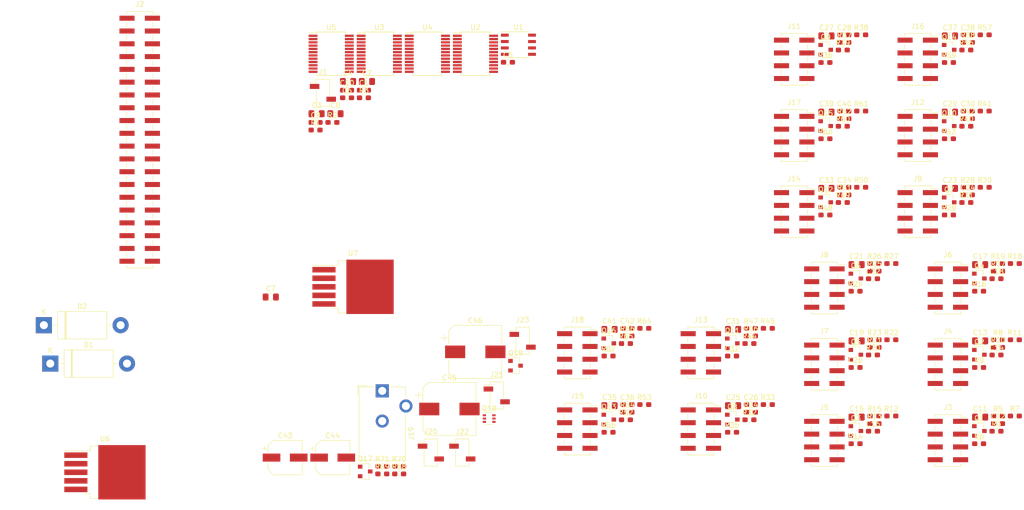
<source format=kicad_pcb>
(kicad_pcb (version 20171130) (host pcbnew 5.0.0)
  (layers (0 F.Cu signal) (31 B.Cu signal) (34 B.Paste user) (35 F.Paste user) (36 B.SilkS user) (37 F.SilkS user) (38 B.Mask user) (39 F.Mask user) (44 Edge.Cuts user))
  (net 0 "")
  (net 1 +3V3)
  (net 2 /ESP-01_11/GPIO0)
  (net 3 +3.3VA)
  (net 4 "Net-(J1-Pad1)")
  (net 5 /ID_SD)
  (net 6 "Net-(Q18-Pad3)")
  (net 7 GND)
  (net 8 "Net-(Q18-Pad2)")
  (net 9 VDD)
  (net 10 "Net-(Q17-Pad3)")
  (net 11 /~3.3V_EN~)
  (net 12 /ESP_RST_13)
  (net 13 /ESP-01_13/CH_PD)
  (net 14 /ESP_RST_8)
  (net 15 /ESP-01_13/GPIO0)
  (net 16 /ESP_RST_12)
  (net 17 /ESP-01_12/CH_PD)
  (net 18 /ESP-01_12/GPIO2)
  (net 19 /ESP-01_12/GPIO0)
  (net 20 /ESP_RST_11)
  (net 21 /ESP-01_11/CH_PD)
  (net 22 /ESP-01_11/GPIO2)
  (net 23 /ESP-01_09/GPIO0)
  (net 24 /ESP-01_02/GPIO2)
  (net 25 /ESP_RST_10)
  (net 26 /ESP-01_10/CH_PD)
  (net 27 /ESP-01_10/GPIO2)
  (net 28 /ESP-01_10/GPIO0)
  (net 29 /ESP_RST_9)
  (net 30 /ESP-01_09/CH_PD)
  (net 31 /ESP-01_09/GPIO2)
  (net 32 /ESP-01_01/GPIO2)
  (net 33 /ESP-01_08/CH_PD)
  (net 34 /ESP-01_08/GPIO2)
  (net 35 /ESP-01_08/GPIO0)
  (net 36 /ESP_RST_6)
  (net 37 /ESP-01_06/CH_PD)
  (net 38 /ESP-01_06/GPIO2)
  (net 39 /ESP-01_06/GPIO0)
  (net 40 /ESP_RST_5)
  (net 41 /ESP-01_02/CH_PD)
  (net 42 /ESP_RST_14)
  (net 43 /ESP-01_05/GPIO2)
  (net 44 /ESP-01_05/GPIO0)
  (net 45 /ESP_RST_7)
  (net 46 /ESP-01_07/CH_PD)
  (net 47 /ESP-01_07/GPIO2)
  (net 48 /ESP-01_07/GPIO0)
  (net 49 /ESP_RST_2)
  (net 50 /ESP_RST_3)
  (net 51 /ESP-01_01/GPIO0)
  (net 52 /ESP-01_02/GPIO0)
  (net 53 /ESP_RST_4)
  (net 54 /ESP-01_04/CH_PD)
  (net 55 /ESP-01_04/GPIO2)
  (net 56 /ESP-01_04/GPIO0)
  (net 57 /ESP_RST_1)
  (net 58 /ESP-01_01/CH_PD)
  (net 59 /ESP-01_00/GPIO0)
  (net 60 /ESP-01_13/GPIO2)
  (net 61 /ESP-01_03/CH_PD)
  (net 62 /ESP-01_03/GPIO2)
  (net 63 /ESP-01_03/GPIO0)
  (net 64 /ESP_RST_15)
  (net 65 /ESP-01_15/CH_PD)
  (net 66 /ESP-01_15/GPIO2)
  (net 67 /ESP-01_15/GPIO0)
  (net 68 /ESP-01_14/CH_PD)
  (net 69 /ESP-01_14/GPIO2)
  (net 70 /ESP-01_14/GPIO0)
  (net 71 /ESP_RST_0)
  (net 72 /ESP-01_00/CH_PD)
  (net 73 /ESP-01_00/GPIO2)
  (net 74 /ID_SC)
  (net 75 /ESP-01_05/CH_PD)
  (net 76 "Net-(D2-Pad1)")
  (net 77 +5V)
  (net 78 "Net-(D1-Pad1)")
  (net 79 +5VA)
  (net 80 /ESP_BOOT_0)
  (net 81 /ESP_BOOT_14)
  (net 82 /ESP_BOOT_15)
  (net 83 /ESP_BOOT_3)
  (net 84 /ESP_BOOT_1)
  (net 85 /ESP_BOOT_4)
  (net 86 /ESP_BOOT_2)
  (net 87 /ESP_BOOT_6)
  (net 88 /ESP_BOOT_7)
  (net 89 /ESP_BOOT_8)
  (net 90 /ESP_BOOT_9)
  (net 91 /ESP_BOOT_11)
  (net 92 /ESP_BOOT_12)
  (net 93 /ESP_BOOT_13)
  (net 94 /ESP_BOOT_10)
  (net 95 /ESP_BOOT_5)
  (net 96 /ESP_TX_ALL)
  (net 97 /ESP_TX_7)
  (net 98 /ESP_TX_6)
  (net 99 /ESP_TX_5)
  (net 100 /ESP_TX_4)
  (net 101 /ESP_TX_3)
  (net 102 /ESP_TX_2)
  (net 103 /ESP_TX_1)
  (net 104 /ESP_TX_0)
  (net 105 /MUX_SEL_0)
  (net 106 /MUX_SEL_1)
  (net 107 /MUX_SEL_3)
  (net 108 /MUX_SEL_2)
  (net 109 /~MUX_EN~)
  (net 110 /ESP_TX_15)
  (net 111 /ESP_TX_14)
  (net 112 /ESP_TX_13)
  (net 113 /ESP_TX_12)
  (net 114 /ESP_TX_11)
  (net 115 /ESP_TX_10)
  (net 116 /ESP_TX_9)
  (net 117 /ESP_TX_8)
  (net 118 /ESP_RST_ALL)
  (net 119 /ESP_BOOT_ALL)
  (net 120 /ESP_RX_8)
  (net 121 /ESP_RX_9)
  (net 122 /ESP_RX_10)
  (net 123 /ESP_RX_11)
  (net 124 /ESP_RX_12)
  (net 125 /ESP_RX_13)
  (net 126 /ESP_RX_14)
  (net 127 /ESP_RX_15)
  (net 128 /ESP_RX_0)
  (net 129 /ESP_RX_1)
  (net 130 /ESP_RX_2)
  (net 131 /ESP_RX_3)
  (net 132 /ESP_RX_4)
  (net 133 /ESP_RX_5)
  (net 134 /ESP_RX_6)
  (net 135 /ESP_RX_7)
  (net 136 /ESP_RX_ALL)
  (net 137 "Net-(J2-Pad3)")
  (net 138 "Net-(J2-Pad5)")
  (net 139 "Net-(J2-Pad7)")
  (net 140 "Net-(J2-Pad12)")
  (net 141 "Net-(J2-Pad19)")
  (net 142 "Net-(J2-Pad21)")
  (net 143 "Net-(J2-Pad23)")
  (net 144 "Net-(J2-Pad24)")
  (net 145 "Net-(J2-Pad26)")
  (net 146 "Net-(J2-Pad29)")
  (net 147 "Net-(J2-Pad31)")
  (net 148 "Net-(J2-Pad32)")
  (net 149 "Net-(J2-Pad33)")
  (net 150 "Net-(J2-Pad35)")
  (net 151 "Net-(J2-Pad38)")
  (net 152 "Net-(J2-Pad40)")
  (module Capacitor_SMD:CP_Elec_10x10 (layer F.Cu) (at 105.990001 127.215001)
    (fp_text reference C46 (at 0 -6.2) (layer F.SilkS))
    (fp_text value 1000uF)
    (pad 2 smd rect (at 4 0) (size 4 2.5) (layers F.Cu F.Paste F.Mask) (net 7 GND))
    (pad 1 smd rect (at -4 0) (size 4 2.5) (layers F.Cu F.Paste F.Mask) (net 1 +3V3))
  )
  (module Capacitor_SMD:CP_Elec_10x10 (layer F.Cu) (at 100.850001 138.565001)
    (fp_text reference C45 (at 0 -6.2) (layer F.SilkS))
    (fp_text value 1000uF)
    (pad 1 smd rect (at -4 0) (size 4 2.5) (layers F.Cu F.Paste F.Mask) (net 77 +5V))
    (pad 2 smd rect (at 4 0) (size 4 2.5) (layers F.Cu F.Paste F.Mask) (net 7 GND))
  )
  (module Capacitor_SMD:CP_Elec_6.3x5.4_Nichicon (layer F.Cu) (at 77.675001 148.215001)
    (fp_text reference C44 (at 0 -4.35) (layer F.SilkS))
    (fp_text value 100uF)
    (pad 2 smd rect (at 2.7 0) (size 3.5 1.6) (layers F.Cu F.Paste F.Mask) (net 7 GND))
    (pad 1 smd rect (at -2.7 0) (size 3.5 1.6) (layers F.Cu F.Paste F.Mask) (net 9 VDD))
  )
  (module Capacitor_SMD:CP_Elec_6.3x5.4_Nichicon (layer F.Cu) (at 68.225001 148.215001)
    (fp_text reference C43 (at 0 -4.35) (layer F.SilkS))
    (fp_text value 100uF)
    (pad 1 smd rect (at -2.7 0) (size 3.5 1.6) (layers F.Cu F.Paste F.Mask) (net 9 VDD))
    (pad 2 smd rect (at 2.7 0) (size 3.5 1.6) (layers F.Cu F.Paste F.Mask) (net 7 GND))
  )
  (module Capacitor_SMD:C_0603_1608Metric_Pad1.05x0.95mm_HandSolder (layer F.Cu) (at 203.805001 64.255001)
    (fp_text reference C38 (at 0 -1.43) (layer F.SilkS))
    (fp_text value 0.1uF)
    (pad 1 smd roundrect (at -0.875 0) (size 1.05 0.95) (layers F.Cu F.Paste F.Mask) (net 1 +3V3))
    (pad 2 smd roundrect (at 0.875 0) (size 1.05 0.95) (layers F.Cu F.Paste F.Mask) (net 7 GND))
  )
  (module Capacitor_SMD:C_0603_1608Metric_Pad1.05x0.95mm_HandSolder (layer F.Cu) (at 83.875001 75.255001)
    (fp_text reference C1 (at 0 -1.43) (layer F.SilkS))
    (fp_text value 0.1uF)
    (pad 2 smd roundrect (at 0.875 0) (size 1.05 0.95) (layers F.Cu F.Paste F.Mask) (net 3 +3.3VA))
    (pad 1 smd roundrect (at -0.875 0) (size 1.05 0.95) (layers F.Cu F.Paste F.Mask) (net 7 GND))
  )
  (module Capacitor_SMD:C_0603_1608Metric_Pad1.05x0.95mm_HandSolder (layer F.Cu) (at 136.205001 122.545001)
    (fp_text reference C42 (at 0 -1.43) (layer F.SilkS))
    (fp_text value 0.1uF)
    (pad 1 smd roundrect (at -0.875 0) (size 1.05 0.95) (layers F.Cu F.Paste F.Mask) (net 1 +3V3))
    (pad 2 smd roundrect (at 0.875 0) (size 1.05 0.95) (layers F.Cu F.Paste F.Mask) (net 7 GND))
  )
  (module Capacitor_SMD:C_0603_1608Metric_Pad1.05x0.95mm_HandSolder (layer F.Cu) (at 112.475001 69.705001)
    (fp_text reference C5 (at 0 -1.43) (layer F.SilkS))
    (fp_text value 0.1uF)
    (pad 2 smd roundrect (at 0.875 0) (size 1.05 0.95) (layers F.Cu F.Paste F.Mask) (net 1 +3V3))
    (pad 1 smd roundrect (at -0.875 0) (size 1.05 0.95) (layers F.Cu F.Paste F.Mask) (net 7 GND))
  )
  (module Capacitor_SMD:C_0603_1608Metric_Pad1.05x0.95mm_HandSolder (layer F.Cu) (at 80.525001 76.765001)
    (fp_text reference C6 (at 0 -1.43) (layer F.SilkS))
    (fp_text value 0.1uF)
    (pad 1 smd roundrect (at -0.875 0) (size 1.05 0.95) (layers F.Cu F.Paste F.Mask) (net 7 GND))
    (pad 2 smd roundrect (at 0.875 0) (size 1.05 0.95) (layers F.Cu F.Paste F.Mask) (net 1 +3V3))
  )
  (module Capacitor_SMD:C_0603_1608Metric_Pad1.05x0.95mm_HandSolder (layer F.Cu) (at 179.275001 79.395001)
    (fp_text reference C40 (at 0 -1.43) (layer F.SilkS))
    (fp_text value 0.1uF)
    (pad 2 smd roundrect (at 0.875 0) (size 1.05 0.95) (layers F.Cu F.Paste F.Mask) (net 7 GND))
    (pad 1 smd roundrect (at -0.875 0) (size 1.05 0.95) (layers F.Cu F.Paste F.Mask) (net 1 +3V3))
  )
  (module Capacitor_SMD:C_0603_1608Metric_Pad1.05x0.95mm_HandSolder (layer F.Cu) (at 74.275001 81.655001)
    (fp_text reference C9 (at 0 -1.43) (layer F.SilkS))
    (fp_text value 0.1uF)
    (pad 1 smd roundrect (at -0.875 0) (size 1.05 0.95) (layers F.Cu F.Paste F.Mask) (net 7 GND))
    (pad 2 smd roundrect (at 0.875 0) (size 1.05 0.95) (layers F.Cu F.Paste F.Mask) (net 1 +3V3))
  )
  (module Capacitor_SMD:C_0603_1608Metric_Pad1.05x0.95mm_HandSolder (layer F.Cu) (at 80.525001 75.255001)
    (fp_text reference C10 (at 0 -1.43) (layer F.SilkS))
    (fp_text value 0.1uF)
    (pad 2 smd roundrect (at 0.875 0) (size 1.05 0.95) (layers F.Cu F.Paste F.Mask) (net 1 +3V3))
    (pad 1 smd roundrect (at -0.875 0) (size 1.05 0.95) (layers F.Cu F.Paste F.Mask) (net 7 GND))
  )
  (module Capacitor_SMD:C_0603_1608Metric_Pad1.05x0.95mm_HandSolder (layer F.Cu) (at 203.805001 79.395001)
    (fp_text reference C30 (at 0 -1.43) (layer F.SilkS))
    (fp_text value 0.1uF)
    (pad 1 smd roundrect (at -0.875 0) (size 1.05 0.95) (layers F.Cu F.Paste F.Mask) (net 1 +3V3))
    (pad 2 smd roundrect (at 0.875 0) (size 1.05 0.95) (layers F.Cu F.Paste F.Mask) (net 7 GND))
  )
  (module Capacitor_SMD:C_0603_1608Metric_Pad1.05x0.95mm_HandSolder (layer F.Cu) (at 156.985001 128.045001)
    (fp_text reference C32 (at 0 -1.43) (layer F.SilkS))
    (fp_text value 0.1uF)
    (pad 2 smd roundrect (at 0.875 0) (size 1.05 0.95) (layers F.Cu F.Paste F.Mask) (net 7 GND))
    (pad 1 smd roundrect (at -0.875 0) (size 1.05 0.95) (layers F.Cu F.Paste F.Mask) (net 1 +3V3))
  )
  (module Capacitor_SMD:C_0603_1608Metric_Pad1.05x0.95mm_HandSolder (layer F.Cu) (at 184.965001 142.975001)
    (fp_text reference C16 (at 0 -1.43) (layer F.SilkS))
    (fp_text value 0.1uF)
    (pad 1 smd roundrect (at -0.875 0) (size 1.05 0.95) (layers F.Cu F.Paste F.Mask) (net 1 +3V3))
    (pad 2 smd roundrect (at 0.875 0) (size 1.05 0.95) (layers F.Cu F.Paste F.Mask) (net 7 GND))
  )
  (module Capacitor_SMD:C_0603_1608Metric_Pad1.05x0.95mm_HandSolder (layer F.Cu) (at 136.205001 137.685001)
    (fp_text reference C36 (at 0 -1.43) (layer F.SilkS))
    (fp_text value 0.1uF)
    (pad 2 smd roundrect (at 0.875 0) (size 1.05 0.95) (layers F.Cu F.Paste F.Mask) (net 7 GND))
    (pad 1 smd roundrect (at -0.875 0) (size 1.05 0.95) (layers F.Cu F.Paste F.Mask) (net 1 +3V3))
  )
  (module Capacitor_SMD:C_0603_1608Metric_Pad1.05x0.95mm_HandSolder (layer F.Cu) (at 209.495001 112.695001)
    (fp_text reference C18 (at 0 -1.43) (layer F.SilkS))
    (fp_text value 0.1uF)
    (pad 1 smd roundrect (at -0.875 0) (size 1.05 0.95) (layers F.Cu F.Paste F.Mask) (net 1 +3V3))
    (pad 2 smd roundrect (at 0.875 0) (size 1.05 0.95) (layers F.Cu F.Paste F.Mask) (net 7 GND))
  )
  (module Capacitor_SMD:C_0603_1608Metric_Pad1.05x0.95mm_HandSolder (layer F.Cu) (at 181.515001 130.315001)
    (fp_text reference C20 (at 0 -1.43) (layer F.SilkS))
    (fp_text value 0.1uF)
    (pad 2 smd roundrect (at 0.875 0) (size 1.05 0.95) (layers F.Cu F.Paste F.Mask) (net 7 GND))
    (pad 1 smd roundrect (at -0.875 0) (size 1.05 0.95) (layers F.Cu F.Paste F.Mask) (net 1 +3V3))
  )
  (module Capacitor_SMD:C_0603_1608Metric_Pad1.05x0.95mm_HandSolder (layer F.Cu) (at 179.275001 94.535001)
    (fp_text reference C34 (at 0 -1.43) (layer F.SilkS))
    (fp_text value 0.1uF)
    (pad 1 smd roundrect (at -0.875 0) (size 1.05 0.95) (layers F.Cu F.Paste F.Mask) (net 1 +3V3))
    (pad 2 smd roundrect (at 0.875 0) (size 1.05 0.95) (layers F.Cu F.Paste F.Mask) (net 7 GND))
  )
  (module Capacitor_SMD:C_0603_1608Metric_Pad1.05x0.95mm_HandSolder (layer F.Cu) (at 184.965001 112.695001)
    (fp_text reference C22 (at 0 -1.43) (layer F.SilkS))
    (fp_text value 0.1uF)
    (pad 2 smd roundrect (at 0.875 0) (size 1.05 0.95) (layers F.Cu F.Paste F.Mask) (net 7 GND))
    (pad 1 smd roundrect (at -0.875 0) (size 1.05 0.95) (layers F.Cu F.Paste F.Mask) (net 1 +3V3))
  )
  (module Capacitor_SMD:C_0603_1608Metric_Pad1.05x0.95mm_HandSolder (layer F.Cu) (at 203.805001 96.045001)
    (fp_text reference C24 (at 0 -1.43) (layer F.SilkS))
    (fp_text value 0.1uF)
    (pad 1 smd roundrect (at -0.875 0) (size 1.05 0.95) (layers F.Cu F.Paste F.Mask) (net 1 +3V3))
    (pad 2 smd roundrect (at 0.875 0) (size 1.05 0.95) (layers F.Cu F.Paste F.Mask) (net 7 GND))
  )
  (module Capacitor_SMD:C_0603_1608Metric_Pad1.05x0.95mm_HandSolder (layer F.Cu) (at 209.495001 127.835001)
    (fp_text reference C14 (at 0 -1.43) (layer F.SilkS))
    (fp_text value 0.1uF)
    (pad 2 smd roundrect (at 0.875 0) (size 1.05 0.95) (layers F.Cu F.Paste F.Mask) (net 7 GND))
    (pad 1 smd roundrect (at -0.875 0) (size 1.05 0.95) (layers F.Cu F.Paste F.Mask) (net 1 +3V3))
  )
  (module Capacitor_SMD:C_0603_1608Metric_Pad1.05x0.95mm_HandSolder (layer F.Cu) (at 160.735001 137.685001)
    (fp_text reference C26 (at 0 -1.43) (layer F.SilkS))
    (fp_text value 0.1uF)
    (pad 1 smd roundrect (at -0.875 0) (size 1.05 0.95) (layers F.Cu F.Paste F.Mask) (net 1 +3V3))
    (pad 2 smd roundrect (at 0.875 0) (size 1.05 0.95) (layers F.Cu F.Paste F.Mask) (net 7 GND))
  )
  (module Capacitor_SMD:C_0603_1608Metric_Pad1.05x0.95mm_HandSolder (layer F.Cu) (at 209.795001 141.465001)
    (fp_text reference C12 (at 0 -1.43) (layer F.SilkS))
    (fp_text value 0.1uF)
    (pad 2 smd roundrect (at 0.875 0) (size 1.05 0.95) (layers F.Cu F.Paste F.Mask) (net 7 GND))
    (pad 1 smd roundrect (at -0.875 0) (size 1.05 0.95) (layers F.Cu F.Paste F.Mask) (net 1 +3V3))
  )
  (module Capacitor_SMD:C_0603_1608Metric_Pad1.05x0.95mm_HandSolder (layer F.Cu) (at 179.275001 64.255001)
    (fp_text reference C28 (at 0 -1.43) (layer F.SilkS))
    (fp_text value 0.1uF)
    (pad 1 smd roundrect (at -0.875 0) (size 1.05 0.95) (layers F.Cu F.Paste F.Mask) (net 1 +3V3))
    (pad 2 smd roundrect (at 0.875 0) (size 1.05 0.95) (layers F.Cu F.Paste F.Mask) (net 7 GND))
  )
  (module Capacitor_SMD:C_0805_2012Metric_Pad1.15x1.40mm_HandSolder (layer F.Cu) (at 78.225001 79.925001)
    (fp_text reference C8 (at 0 -1.65) (layer F.SilkS))
    (fp_text value 1uF)
    (pad 1 smd roundrect (at -1.025 0) (size 1.15 1.4) (layers F.Cu F.Paste F.Mask) (roundrect_rratio 0.217391) (net 7 GND))
    (pad 2 smd roundrect (at 1.025 0) (size 1.15 1.4) (layers F.Cu F.Paste F.Mask) (roundrect_rratio 0.217391) (net 1 +3V3))
  )
  (module Capacitor_SMD:C_0805_2012Metric_Pad1.15x1.40mm_HandSolder (layer F.Cu) (at 200.255001 79.615001)
    (fp_text reference C29 (at 0 -1.65) (layer F.SilkS))
    (fp_text value 1uF)
    (pad 2 smd roundrect (at 1.025 0) (size 1.15 1.4) (layers F.Cu F.Paste F.Mask) (roundrect_rratio 0.217391) (net 7 GND))
    (pad 1 smd roundrect (at -1.025 0) (size 1.15 1.4) (layers F.Cu F.Paste F.Mask) (roundrect_rratio 0.217391) (net 1 +3V3))
  )
  (module Capacitor_SMD:C_0805_2012Metric_Pad1.15x1.40mm_HandSolder (layer F.Cu) (at 175.725001 64.475001)
    (fp_text reference C27 (at 0 -1.65) (layer F.SilkS))
    (fp_text value 1uF)
    (pad 1 smd roundrect (at -1.025 0) (size 1.15 1.4) (layers F.Cu F.Paste F.Mask) (roundrect_rratio 0.217391) (net 1 +3V3))
    (pad 2 smd roundrect (at 1.025 0) (size 1.15 1.4) (layers F.Cu F.Paste F.Mask) (roundrect_rratio 0.217391) (net 7 GND))
  )
  (module Capacitor_SMD:C_0805_2012Metric_Pad1.15x1.40mm_HandSolder (layer F.Cu) (at 157.185001 137.905001)
    (fp_text reference C25 (at 0 -1.65) (layer F.SilkS))
    (fp_text value 1uF)
    (pad 2 smd roundrect (at 1.025 0) (size 1.15 1.4) (layers F.Cu F.Paste F.Mask) (roundrect_rratio 0.217391) (net 7 GND))
    (pad 1 smd roundrect (at -1.025 0) (size 1.15 1.4) (layers F.Cu F.Paste F.Mask) (roundrect_rratio 0.217391) (net 1 +3V3))
  )
  (module Capacitor_SMD:C_0805_2012Metric_Pad1.15x1.40mm_HandSolder (layer F.Cu) (at 200.255001 94.755001)
    (fp_text reference C23 (at 0 -1.65) (layer F.SilkS))
    (fp_text value 1uF)
    (pad 1 smd roundrect (at -1.025 0) (size 1.15 1.4) (layers F.Cu F.Paste F.Mask) (roundrect_rratio 0.217391) (net 1 +3V3))
    (pad 2 smd roundrect (at 1.025 0) (size 1.15 1.4) (layers F.Cu F.Paste F.Mask) (roundrect_rratio 0.217391) (net 7 GND))
  )
  (module Capacitor_SMD:C_0805_2012Metric_Pad1.15x1.40mm_HandSolder (layer F.Cu) (at 181.715001 125.035001)
    (fp_text reference C19 (at 0 -1.65) (layer F.SilkS))
    (fp_text value 1uF)
    (pad 2 smd roundrect (at 1.025 0) (size 1.15 1.4) (layers F.Cu F.Paste F.Mask) (roundrect_rratio 0.217391) (net 7 GND))
    (pad 1 smd roundrect (at -1.025 0) (size 1.15 1.4) (layers F.Cu F.Paste F.Mask) (roundrect_rratio 0.217391) (net 1 +3V3))
  )
  (module Capacitor_SMD:C_0805_2012Metric_Pad1.15x1.40mm_HandSolder (layer F.Cu) (at 206.245001 109.895001)
    (fp_text reference C17 (at 0 -1.65) (layer F.SilkS))
    (fp_text value 1uF)
    (pad 1 smd roundrect (at -1.025 0) (size 1.15 1.4) (layers F.Cu F.Paste F.Mask) (roundrect_rratio 0.217391) (net 1 +3V3))
    (pad 2 smd roundrect (at 1.025 0) (size 1.15 1.4) (layers F.Cu F.Paste F.Mask) (roundrect_rratio 0.217391) (net 7 GND))
  )
  (module Capacitor_SMD:C_0805_2012Metric_Pad1.15x1.40mm_HandSolder (layer F.Cu) (at 181.715001 140.175001)
    (fp_text reference C15 (at 0 -1.65) (layer F.SilkS))
    (fp_text value 1uF)
    (pad 2 smd roundrect (at 1.025 0) (size 1.15 1.4) (layers F.Cu F.Paste F.Mask) (roundrect_rratio 0.217391) (net 7 GND))
    (pad 1 smd roundrect (at -1.025 0) (size 1.15 1.4) (layers F.Cu F.Paste F.Mask) (roundrect_rratio 0.217391) (net 1 +3V3))
  )
  (module Capacitor_SMD:C_0805_2012Metric_Pad1.15x1.40mm_HandSolder (layer F.Cu) (at 206.245001 125.035001)
    (fp_text reference C13 (at 0 -1.65) (layer F.SilkS))
    (fp_text value 1uF)
    (pad 1 smd roundrect (at -1.025 0) (size 1.15 1.4) (layers F.Cu F.Paste F.Mask) (roundrect_rratio 0.217391) (net 1 +3V3))
    (pad 2 smd roundrect (at 1.025 0) (size 1.15 1.4) (layers F.Cu F.Paste F.Mask) (roundrect_rratio 0.217391) (net 7 GND))
  )
  (module Capacitor_SMD:C_0805_2012Metric_Pad1.15x1.40mm_HandSolder (layer F.Cu) (at 206.245001 140.175001)
    (fp_text reference C11 (at 0 -1.65) (layer F.SilkS))
    (fp_text value 1uF)
    (pad 2 smd roundrect (at 1.025 0) (size 1.15 1.4) (layers F.Cu F.Paste F.Mask) (roundrect_rratio 0.217391) (net 7 GND))
    (pad 1 smd roundrect (at -1.025 0) (size 1.15 1.4) (layers F.Cu F.Paste F.Mask) (roundrect_rratio 0.217391) (net 1 +3V3))
  )
  (module Capacitor_SMD:C_0805_2012Metric_Pad1.15x1.40mm_HandSolder (layer F.Cu) (at 65.375001 116.325001)
    (fp_text reference C7 (at 0 -1.65) (layer F.SilkS))
    (fp_text value 1uF)
    (pad 1 smd roundrect (at -1.025 0) (size 1.15 1.4) (layers F.Cu F.Paste F.Mask) (roundrect_rratio 0.217391) (net 7 GND))
    (pad 2 smd roundrect (at 1.025 0) (size 1.15 1.4) (layers F.Cu F.Paste F.Mask) (roundrect_rratio 0.217391) (net 1 +3V3))
  )
  (module Capacitor_SMD:C_0805_2012Metric_Pad1.15x1.40mm_HandSolder (layer F.Cu) (at 80.725001 73.525001)
    (fp_text reference C4 (at 0 -1.65) (layer F.SilkS))
    (fp_text value 1uF)
    (pad 2 smd roundrect (at 1.025 0) (size 1.15 1.4) (layers F.Cu F.Paste F.Mask) (roundrect_rratio 0.217391) (net 1 +3V3))
    (pad 1 smd roundrect (at -1.025 0) (size 1.15 1.4) (layers F.Cu F.Paste F.Mask) (roundrect_rratio 0.217391) (net 7 GND))
  )
  (module Capacitor_SMD:C_0805_2012Metric_Pad1.15x1.40mm_HandSolder (layer F.Cu) (at 74.475001 79.925001)
    (fp_text reference C3 (at 0 -1.65) (layer F.SilkS))
    (fp_text value 1uF)
    (pad 1 smd roundrect (at -1.025 0) (size 1.15 1.4) (layers F.Cu F.Paste F.Mask) (roundrect_rratio 0.217391) (net 7 GND))
    (pad 2 smd roundrect (at 1.025 0) (size 1.15 1.4) (layers F.Cu F.Paste F.Mask) (roundrect_rratio 0.217391) (net 1 +3V3))
  )
  (module Capacitor_SMD:C_0805_2012Metric_Pad1.15x1.40mm_HandSolder (layer F.Cu) (at 84.475001 73.525001)
    (fp_text reference C2 (at 0 -1.65) (layer F.SilkS))
    (fp_text value 1uF)
    (pad 2 smd roundrect (at 1.025 0) (size 1.15 1.4) (layers F.Cu F.Paste F.Mask) (roundrect_rratio 0.217391) (net 3 +3.3VA))
    (pad 1 smd roundrect (at -1.025 0) (size 1.15 1.4) (layers F.Cu F.Paste F.Mask) (roundrect_rratio 0.217391) (net 7 GND))
  )
  (module Capacitor_SMD:C_0805_2012Metric_Pad1.15x1.40mm_HandSolder (layer F.Cu) (at 157.185001 122.765001)
    (fp_text reference C31 (at 0 -1.65) (layer F.SilkS))
    (fp_text value 1uF)
    (pad 1 smd roundrect (at -1.025 0) (size 1.15 1.4) (layers F.Cu F.Paste F.Mask) (roundrect_rratio 0.217391) (net 1 +3V3))
    (pad 2 smd roundrect (at 1.025 0) (size 1.15 1.4) (layers F.Cu F.Paste F.Mask) (roundrect_rratio 0.217391) (net 7 GND))
  )
  (module Capacitor_SMD:C_0805_2012Metric_Pad1.15x1.40mm_HandSolder (layer F.Cu) (at 175.725001 94.755001)
    (fp_text reference C33 (at 0 -1.65) (layer F.SilkS))
    (fp_text value 1uF)
    (pad 2 smd roundrect (at 1.025 0) (size 1.15 1.4) (layers F.Cu F.Paste F.Mask) (roundrect_rratio 0.217391) (net 7 GND))
    (pad 1 smd roundrect (at -1.025 0) (size 1.15 1.4) (layers F.Cu F.Paste F.Mask) (roundrect_rratio 0.217391) (net 1 +3V3))
  )
  (module Capacitor_SMD:C_0805_2012Metric_Pad1.15x1.40mm_HandSolder (layer F.Cu) (at 132.655001 122.765001)
    (fp_text reference C41 (at 0 -1.65) (layer F.SilkS))
    (fp_text value 1uF)
    (pad 1 smd roundrect (at -1.025 0) (size 1.15 1.4) (layers F.Cu F.Paste F.Mask) (roundrect_rratio 0.217391) (net 1 +3V3))
    (pad 2 smd roundrect (at 1.025 0) (size 1.15 1.4) (layers F.Cu F.Paste F.Mask) (roundrect_rratio 0.217391) (net 7 GND))
  )
  (module Capacitor_SMD:C_0805_2012Metric_Pad1.15x1.40mm_HandSolder (layer F.Cu) (at 132.655001 137.905001)
    (fp_text reference C35 (at 0 -1.65) (layer F.SilkS))
    (fp_text value 1uF)
    (pad 2 smd roundrect (at 1.025 0) (size 1.15 1.4) (layers F.Cu F.Paste F.Mask) (roundrect_rratio 0.217391) (net 7 GND))
    (pad 1 smd roundrect (at -1.025 0) (size 1.15 1.4) (layers F.Cu F.Paste F.Mask) (roundrect_rratio 0.217391) (net 1 +3V3))
  )
  (module Capacitor_SMD:C_0805_2012Metric_Pad1.15x1.40mm_HandSolder (layer F.Cu) (at 175.725001 79.615001)
    (fp_text reference C39 (at 0 -1.65) (layer F.SilkS))
    (fp_text value 1uF)
    (pad 1 smd roundrect (at -1.025 0) (size 1.15 1.4) (layers F.Cu F.Paste F.Mask) (roundrect_rratio 0.217391) (net 1 +3V3))
    (pad 2 smd roundrect (at 1.025 0) (size 1.15 1.4) (layers F.Cu F.Paste F.Mask) (roundrect_rratio 0.217391) (net 7 GND))
  )
  (module Capacitor_SMD:C_0805_2012Metric_Pad1.15x1.40mm_HandSolder (layer F.Cu) (at 200.255001 64.475001)
    (fp_text reference C37 (at 0 -1.65) (layer F.SilkS))
    (fp_text value 1uF)
    (pad 2 smd roundrect (at 1.025 0) (size 1.15 1.4) (layers F.Cu F.Paste F.Mask) (roundrect_rratio 0.217391) (net 7 GND))
    (pad 1 smd roundrect (at -1.025 0) (size 1.15 1.4) (layers F.Cu F.Paste F.Mask) (roundrect_rratio 0.217391) (net 1 +3V3))
  )
  (module Capacitor_SMD:C_0805_2012Metric_Pad1.15x1.40mm_HandSolder (layer F.Cu) (at 181.715001 109.895001)
    (fp_text reference C21 (at 0 -1.65) (layer F.SilkS))
    (fp_text value 1uF)
    (pad 1 smd roundrect (at -1.025 0) (size 1.15 1.4) (layers F.Cu F.Paste F.Mask) (roundrect_rratio 0.217391) (net 1 +3V3))
    (pad 2 smd roundrect (at 1.025 0) (size 1.15 1.4) (layers F.Cu F.Paste F.Mask) (roundrect_rratio 0.217391) (net 7 GND))
  )
  (module Connector_BarrelJack:BarrelJack_CUI_PJ-102AH_Horizontal (layer F.Cu) (at 87.515001 134.965001)
    (fp_text reference J19 (at 5.75 8.45 90) (layer F.SilkS))
    (fp_text value Barrel_Jack_Switch)
    (pad 1 thru_hole rect (at 0 0) (size 2.6 2.6) (drill 1.6) (layers *.Cu *.Mask) (net 9 VDD))
    (pad 2 thru_hole circle (at 0 6) (size 2.6 2.6) (drill 1.6) (layers *.Cu *.Mask) (net 7 GND))
    (pad 3 thru_hole circle (at 4.7 3) (size 2.6 2.6) (drill 1.6) (layers *.Cu *.Mask) (net 7 GND))
  )
  (module Connector_PinSocket_2.54mm:PinSocket_1x02_P2.54mm_Vertical_SMD_Pin1Left (layer F.Cu) (at 75.725001 75.775001)
    (fp_text reference J1 (at 0 -4.14) (layer F.SilkS))
    (fp_text value Conn_01x02)
    (pad 1 smd rect (at -1.65 -1.27) (size 1.9 1) (layers F.Cu F.Paste F.Mask) (net 4 "Net-(J1-Pad1)"))
    (pad 2 smd rect (at 1.65 1.27) (size 1.9 1) (layers F.Cu F.Paste F.Mask) (net 7 GND))
  )
  (module Connector_PinSocket_2.54mm:PinSocket_1x02_P2.54mm_Vertical_SMD_Pin1Left (layer F.Cu) (at 115.385001 125.015001)
    (fp_text reference J23 (at 0 -4.14) (layer F.SilkS))
    (fp_text value Conn_01x02)
    (pad 2 smd rect (at 1.65 1.27) (size 1.9 1) (layers F.Cu F.Paste F.Mask) (net 7 GND))
    (pad 1 smd rect (at -1.65 -1.27) (size 1.9 1) (layers F.Cu F.Paste F.Mask) (net 79 +5VA))
  )
  (module Connector_PinSocket_2.54mm:PinSocket_1x02_P2.54mm_Vertical_SMD_Pin1Left (layer F.Cu) (at 97.165001 147.215001)
    (fp_text reference J20 (at 0 -4.14) (layer F.SilkS))
    (fp_text value Conn_01x02)
    (pad 1 smd rect (at -1.65 -1.27) (size 1.9 1) (layers F.Cu F.Paste F.Mask) (net 9 VDD))
    (pad 2 smd rect (at 1.65 1.27) (size 1.9 1) (layers F.Cu F.Paste F.Mask) (net 7 GND))
  )
  (module Connector_PinSocket_2.54mm:PinSocket_1x02_P2.54mm_Vertical_SMD_Pin1Left (layer F.Cu) (at 110.245001 135.865001)
    (fp_text reference J21 (at 0 -4.14) (layer F.SilkS))
    (fp_text value Conn_01x02)
    (pad 2 smd rect (at 1.65 1.27) (size 1.9 1) (layers F.Cu F.Paste F.Mask) (net 7 GND))
    (pad 1 smd rect (at -1.65 -1.27) (size 1.9 1) (layers F.Cu F.Paste F.Mask) (net 77 +5V))
  )
  (module Connector_PinSocket_2.54mm:PinSocket_1x02_P2.54mm_Vertical_SMD_Pin1Left (layer F.Cu) (at 103.415001 147.215001)
    (fp_text reference J22 (at 0 -4.14) (layer F.SilkS))
    (fp_text value Conn_01x02)
    (pad 1 smd rect (at -1.65 -1.27) (size 1.9 1) (layers F.Cu F.Paste F.Mask) (net 1 +3V3))
    (pad 2 smd rect (at 1.65 1.27) (size 1.9 1) (layers F.Cu F.Paste F.Mask) (net 7 GND))
  )
  (module Connector_PinSocket_2.54mm:PinSocket_2x04_P2.54mm_Vertical_SMD (layer F.Cu) (at 193.855001 99.405001)
    (fp_text reference J9 (at 0 -6.58) (layer F.SilkS))
    (fp_text value Conn_02x04_Odd_Even)
    (pad 8 smd rect (at -2.52 3.81) (size 3 1) (layers F.Cu F.Paste F.Mask) (net 1 +3V3))
    (pad 7 smd rect (at 2.52 3.81) (size 3 1) (layers F.Cu F.Paste F.Mask) (net 52 /ESP-01_02/GPIO0))
    (pad 6 smd rect (at -2.52 1.27) (size 3 1) (layers F.Cu F.Paste F.Mask) (net 49 /ESP_RST_2))
    (pad 5 smd rect (at 2.52 1.27) (size 3 1) (layers F.Cu F.Paste F.Mask) (net 130 /ESP_RX_2))
    (pad 4 smd rect (at -2.52 -1.27) (size 3 1) (layers F.Cu F.Paste F.Mask) (net 41 /ESP-01_02/CH_PD))
    (pad 3 smd rect (at 2.52 -1.27) (size 3 1) (layers F.Cu F.Paste F.Mask) (net 24 /ESP-01_02/GPIO2))
    (pad 2 smd rect (at -2.52 -3.81) (size 3 1) (layers F.Cu F.Paste F.Mask) (net 102 /ESP_TX_2))
    (pad 1 smd rect (at 2.52 -3.81) (size 3 1) (layers F.Cu F.Paste F.Mask) (net 7 GND))
  )
  (module Connector_PinSocket_2.54mm:PinSocket_2x04_P2.54mm_Vertical_SMD (layer F.Cu) (at 199.845001 144.825001)
    (fp_text reference J3 (at 0 -6.58) (layer F.SilkS))
    (fp_text value Conn_02x04_Odd_Even)
    (pad 1 smd rect (at 2.52 -3.81) (size 3 1) (layers F.Cu F.Paste F.Mask) (net 7 GND))
    (pad 2 smd rect (at -2.52 -3.81) (size 3 1) (layers F.Cu F.Paste F.Mask) (net 104 /ESP_TX_0))
    (pad 3 smd rect (at 2.52 -1.27) (size 3 1) (layers F.Cu F.Paste F.Mask) (net 73 /ESP-01_00/GPIO2))
    (pad 4 smd rect (at -2.52 -1.27) (size 3 1) (layers F.Cu F.Paste F.Mask) (net 72 /ESP-01_00/CH_PD))
    (pad 5 smd rect (at 2.52 1.27) (size 3 1) (layers F.Cu F.Paste F.Mask) (net 128 /ESP_RX_0))
    (pad 6 smd rect (at -2.52 1.27) (size 3 1) (layers F.Cu F.Paste F.Mask) (net 71 /ESP_RST_0))
    (pad 7 smd rect (at 2.52 3.81) (size 3 1) (layers F.Cu F.Paste F.Mask) (net 59 /ESP-01_00/GPIO0))
    (pad 8 smd rect (at -2.52 3.81) (size 3 1) (layers F.Cu F.Paste F.Mask) (net 1 +3V3))
  )
  (module Connector_PinSocket_2.54mm:PinSocket_2x04_P2.54mm_Vertical_SMD (layer F.Cu) (at 199.845001 129.685001)
    (fp_text reference J4 (at 0 -6.58) (layer F.SilkS))
    (fp_text value Conn_02x04_Odd_Even)
    (pad 8 smd rect (at -2.52 3.81) (size 3 1) (layers F.Cu F.Paste F.Mask) (net 1 +3V3))
    (pad 7 smd rect (at 2.52 3.81) (size 3 1) (layers F.Cu F.Paste F.Mask) (net 70 /ESP-01_14/GPIO0))
    (pad 6 smd rect (at -2.52 1.27) (size 3 1) (layers F.Cu F.Paste F.Mask) (net 42 /ESP_RST_14))
    (pad 5 smd rect (at 2.52 1.27) (size 3 1) (layers F.Cu F.Paste F.Mask) (net 126 /ESP_RX_14))
    (pad 4 smd rect (at -2.52 -1.27) (size 3 1) (layers F.Cu F.Paste F.Mask) (net 68 /ESP-01_14/CH_PD))
    (pad 3 smd rect (at 2.52 -1.27) (size 3 1) (layers F.Cu F.Paste F.Mask) (net 69 /ESP-01_14/GPIO2))
    (pad 2 smd rect (at -2.52 -3.81) (size 3 1) (layers F.Cu F.Paste F.Mask) (net 111 /ESP_TX_14))
    (pad 1 smd rect (at 2.52 -3.81) (size 3 1) (layers F.Cu F.Paste F.Mask) (net 7 GND))
  )
  (module Connector_PinSocket_2.54mm:PinSocket_2x04_P2.54mm_Vertical_SMD (layer F.Cu) (at 175.315001 144.825001)
    (fp_text reference J5 (at 0 -6.58) (layer F.SilkS))
    (fp_text value Conn_02x04_Odd_Even)
    (pad 1 smd rect (at 2.52 -3.81) (size 3 1) (layers F.Cu F.Paste F.Mask) (net 7 GND))
    (pad 2 smd rect (at -2.52 -3.81) (size 3 1) (layers F.Cu F.Paste F.Mask) (net 110 /ESP_TX_15))
    (pad 3 smd rect (at 2.52 -1.27) (size 3 1) (layers F.Cu F.Paste F.Mask) (net 66 /ESP-01_15/GPIO2))
    (pad 4 smd rect (at -2.52 -1.27) (size 3 1) (layers F.Cu F.Paste F.Mask) (net 65 /ESP-01_15/CH_PD))
    (pad 5 smd rect (at 2.52 1.27) (size 3 1) (layers F.Cu F.Paste F.Mask) (net 127 /ESP_RX_15))
    (pad 6 smd rect (at -2.52 1.27) (size 3 1) (layers F.Cu F.Paste F.Mask) (net 64 /ESP_RST_15))
    (pad 7 smd rect (at 2.52 3.81) (size 3 1) (layers F.Cu F.Paste F.Mask) (net 67 /ESP-01_15/GPIO0))
    (pad 8 smd rect (at -2.52 3.81) (size 3 1) (layers F.Cu F.Paste F.Mask) (net 1 +3V3))
  )
  (module Connector_PinSocket_2.54mm:PinSocket_2x04_P2.54mm_Vertical_SMD (layer F.Cu) (at 199.845001 114.545001)
    (fp_text reference J6 (at 0 -6.58) (layer F.SilkS))
    (fp_text value Conn_02x04_Odd_Even)
    (pad 8 smd rect (at -2.52 3.81) (size 3 1) (layers F.Cu F.Paste F.Mask) (net 1 +3V3))
    (pad 7 smd rect (at 2.52 3.81) (size 3 1) (layers F.Cu F.Paste F.Mask) (net 63 /ESP-01_03/GPIO0))
    (pad 6 smd rect (at -2.52 1.27) (size 3 1) (layers F.Cu F.Paste F.Mask) (net 50 /ESP_RST_3))
    (pad 5 smd rect (at 2.52 1.27) (size 3 1) (layers F.Cu F.Paste F.Mask) (net 131 /ESP_RX_3))
    (pad 4 smd rect (at -2.52 -1.27) (size 3 1) (layers F.Cu F.Paste F.Mask) (net 61 /ESP-01_03/CH_PD))
    (pad 3 smd rect (at 2.52 -1.27) (size 3 1) (layers F.Cu F.Paste F.Mask) (net 62 /ESP-01_03/GPIO2))
    (pad 2 smd rect (at -2.52 -3.81) (size 3 1) (layers F.Cu F.Paste F.Mask) (net 101 /ESP_TX_3))
    (pad 1 smd rect (at 2.52 -3.81) (size 3 1) (layers F.Cu F.Paste F.Mask) (net 7 GND))
  )
  (module Connector_PinSocket_2.54mm:PinSocket_2x04_P2.54mm_Vertical_SMD (layer F.Cu) (at 175.315001 129.685001)
    (fp_text reference J7 (at 0 -6.58) (layer F.SilkS))
    (fp_text value Conn_02x04_Odd_Even)
    (pad 1 smd rect (at 2.52 -3.81) (size 3 1) (layers F.Cu F.Paste F.Mask) (net 7 GND))
    (pad 2 smd rect (at -2.52 -3.81) (size 3 1) (layers F.Cu F.Paste F.Mask) (net 103 /ESP_TX_1))
    (pad 3 smd rect (at 2.52 -1.27) (size 3 1) (layers F.Cu F.Paste F.Mask) (net 32 /ESP-01_01/GPIO2))
    (pad 4 smd rect (at -2.52 -1.27) (size 3 1) (layers F.Cu F.Paste F.Mask) (net 58 /ESP-01_01/CH_PD))
    (pad 5 smd rect (at 2.52 1.27) (size 3 1) (layers F.Cu F.Paste F.Mask) (net 129 /ESP_RX_1))
    (pad 6 smd rect (at -2.52 1.27) (size 3 1) (layers F.Cu F.Paste F.Mask) (net 57 /ESP_RST_1))
    (pad 7 smd rect (at 2.52 3.81) (size 3 1) (layers F.Cu F.Paste F.Mask) (net 51 /ESP-01_01/GPIO0))
    (pad 8 smd rect (at -2.52 3.81) (size 3 1) (layers F.Cu F.Paste F.Mask) (net 1 +3V3))
  )
  (module Connector_PinSocket_2.54mm:PinSocket_2x04_P2.54mm_Vertical_SMD (layer F.Cu) (at 175.315001 114.545001)
    (fp_text reference J8 (at 0 -6.58) (layer F.SilkS))
    (fp_text value Conn_02x04_Odd_Even)
    (pad 8 smd rect (at -2.52 3.81) (size 3 1) (layers F.Cu F.Paste F.Mask) (net 1 +3V3))
    (pad 7 smd rect (at 2.52 3.81) (size 3 1) (layers F.Cu F.Paste F.Mask) (net 56 /ESP-01_04/GPIO0))
    (pad 6 smd rect (at -2.52 1.27) (size 3 1) (layers F.Cu F.Paste F.Mask) (net 53 /ESP_RST_4))
    (pad 5 smd rect (at 2.52 1.27) (size 3 1) (layers F.Cu F.Paste F.Mask) (net 132 /ESP_RX_4))
    (pad 4 smd rect (at -2.52 -1.27) (size 3 1) (layers F.Cu F.Paste F.Mask) (net 54 /ESP-01_04/CH_PD))
    (pad 3 smd rect (at 2.52 -1.27) (size 3 1) (layers F.Cu F.Paste F.Mask) (net 55 /ESP-01_04/GPIO2))
    (pad 2 smd rect (at -2.52 -3.81) (size 3 1) (layers F.Cu F.Paste F.Mask) (net 100 /ESP_TX_4))
    (pad 1 smd rect (at 2.52 -3.81) (size 3 1) (layers F.Cu F.Paste F.Mask) (net 7 GND))
  )
  (module Connector_PinSocket_2.54mm:PinSocket_2x04_P2.54mm_Vertical_SMD (layer F.Cu) (at 150.785001 142.555001)
    (fp_text reference J10 (at 0 -6.58) (layer F.SilkS))
    (fp_text value Conn_02x04_Odd_Even)
    (pad 1 smd rect (at 2.52 -3.81) (size 3 1) (layers F.Cu F.Paste F.Mask) (net 7 GND))
    (pad 2 smd rect (at -2.52 -3.81) (size 3 1) (layers F.Cu F.Paste F.Mask) (net 97 /ESP_TX_7))
    (pad 3 smd rect (at 2.52 -1.27) (size 3 1) (layers F.Cu F.Paste F.Mask) (net 47 /ESP-01_07/GPIO2))
    (pad 4 smd rect (at -2.52 -1.27) (size 3 1) (layers F.Cu F.Paste F.Mask) (net 46 /ESP-01_07/CH_PD))
    (pad 5 smd rect (at 2.52 1.27) (size 3 1) (layers F.Cu F.Paste F.Mask) (net 135 /ESP_RX_7))
    (pad 6 smd rect (at -2.52 1.27) (size 3 1) (layers F.Cu F.Paste F.Mask) (net 45 /ESP_RST_7))
    (pad 7 smd rect (at 2.52 3.81) (size 3 1) (layers F.Cu F.Paste F.Mask) (net 48 /ESP-01_07/GPIO0))
    (pad 8 smd rect (at -2.52 3.81) (size 3 1) (layers F.Cu F.Paste F.Mask) (net 1 +3V3))
  )
  (module Connector_PinSocket_2.54mm:PinSocket_2x04_P2.54mm_Vertical_SMD (layer F.Cu) (at 193.855001 84.265001)
    (fp_text reference J12 (at 0 -6.58) (layer F.SilkS))
    (fp_text value Conn_02x04_Odd_Even)
    (pad 8 smd rect (at -2.52 3.81) (size 3 1) (layers F.Cu F.Paste F.Mask) (net 1 +3V3))
    (pad 7 smd rect (at 2.52 3.81) (size 3 1) (layers F.Cu F.Paste F.Mask) (net 39 /ESP-01_06/GPIO0))
    (pad 6 smd rect (at -2.52 1.27) (size 3 1) (layers F.Cu F.Paste F.Mask) (net 36 /ESP_RST_6))
    (pad 5 smd rect (at 2.52 1.27) (size 3 1) (layers F.Cu F.Paste F.Mask) (net 134 /ESP_RX_6))
    (pad 4 smd rect (at -2.52 -1.27) (size 3 1) (layers F.Cu F.Paste F.Mask) (net 37 /ESP-01_06/CH_PD))
    (pad 3 smd rect (at 2.52 -1.27) (size 3 1) (layers F.Cu F.Paste F.Mask) (net 38 /ESP-01_06/GPIO2))
    (pad 2 smd rect (at -2.52 -3.81) (size 3 1) (layers F.Cu F.Paste F.Mask) (net 98 /ESP_TX_6))
    (pad 1 smd rect (at 2.52 -3.81) (size 3 1) (layers F.Cu F.Paste F.Mask) (net 7 GND))
  )
  (module Connector_PinSocket_2.54mm:PinSocket_2x04_P2.54mm_Vertical_SMD (layer F.Cu) (at 150.785001 127.415001)
    (fp_text reference J13 (at 0 -6.58) (layer F.SilkS))
    (fp_text value Conn_02x04_Odd_Even)
    (pad 1 smd rect (at 2.52 -3.81) (size 3 1) (layers F.Cu F.Paste F.Mask) (net 7 GND))
    (pad 2 smd rect (at -2.52 -3.81) (size 3 1) (layers F.Cu F.Paste F.Mask) (net 117 /ESP_TX_8))
    (pad 3 smd rect (at 2.52 -1.27) (size 3 1) (layers F.Cu F.Paste F.Mask) (net 34 /ESP-01_08/GPIO2))
    (pad 4 smd rect (at -2.52 -1.27) (size 3 1) (layers F.Cu F.Paste F.Mask) (net 33 /ESP-01_08/CH_PD))
    (pad 5 smd rect (at 2.52 1.27) (size 3 1) (layers F.Cu F.Paste F.Mask) (net 120 /ESP_RX_8))
    (pad 6 smd rect (at -2.52 1.27) (size 3 1) (layers F.Cu F.Paste F.Mask) (net 14 /ESP_RST_8))
    (pad 7 smd rect (at 2.52 3.81) (size 3 1) (layers F.Cu F.Paste F.Mask) (net 35 /ESP-01_08/GPIO0))
    (pad 8 smd rect (at -2.52 3.81) (size 3 1) (layers F.Cu F.Paste F.Mask) (net 1 +3V3))
  )
  (module Connector_PinSocket_2.54mm:PinSocket_2x04_P2.54mm_Vertical_SMD (layer F.Cu) (at 169.325001 99.405001)
    (fp_text reference J14 (at 0 -6.58) (layer F.SilkS))
    (fp_text value Conn_02x04_Odd_Even)
    (pad 8 smd rect (at -2.52 3.81) (size 3 1) (layers F.Cu F.Paste F.Mask) (net 1 +3V3))
    (pad 7 smd rect (at 2.52 3.81) (size 3 1) (layers F.Cu F.Paste F.Mask) (net 23 /ESP-01_09/GPIO0))
    (pad 6 smd rect (at -2.52 1.27) (size 3 1) (layers F.Cu F.Paste F.Mask) (net 29 /ESP_RST_9))
    (pad 5 smd rect (at 2.52 1.27) (size 3 1) (layers F.Cu F.Paste F.Mask) (net 121 /ESP_RX_9))
    (pad 4 smd rect (at -2.52 -1.27) (size 3 1) (layers F.Cu F.Paste F.Mask) (net 30 /ESP-01_09/CH_PD))
    (pad 3 smd rect (at 2.52 -1.27) (size 3 1) (layers F.Cu F.Paste F.Mask) (net 31 /ESP-01_09/GPIO2))
    (pad 2 smd rect (at -2.52 -3.81) (size 3 1) (layers F.Cu F.Paste F.Mask) (net 116 /ESP_TX_9))
    (pad 1 smd rect (at 2.52 -3.81) (size 3 1) (layers F.Cu F.Paste F.Mask) (net 7 GND))
  )
  (module Connector_PinSocket_2.54mm:PinSocket_2x04_P2.54mm_Vertical_SMD (layer F.Cu) (at 126.255001 142.555001)
    (fp_text reference J15 (at 0 -6.58) (layer F.SilkS))
    (fp_text value Conn_02x04_Odd_Even)
    (pad 1 smd rect (at 2.52 -3.81) (size 3 1) (layers F.Cu F.Paste F.Mask) (net 7 GND))
    (pad 2 smd rect (at -2.52 -3.81) (size 3 1) (layers F.Cu F.Paste F.Mask) (net 115 /ESP_TX_10))
    (pad 3 smd rect (at 2.52 -1.27) (size 3 1) (layers F.Cu F.Paste F.Mask) (net 27 /ESP-01_10/GPIO2))
    (pad 4 smd rect (at -2.52 -1.27) (size 3 1) (layers F.Cu F.Paste F.Mask) (net 26 /ESP-01_10/CH_PD))
    (pad 5 smd rect (at 2.52 1.27) (size 3 1) (layers F.Cu F.Paste F.Mask) (net 122 /ESP_RX_10))
    (pad 6 smd rect (at -2.52 1.27) (size 3 1) (layers F.Cu F.Paste F.Mask) (net 25 /ESP_RST_10))
    (pad 7 smd rect (at 2.52 3.81) (size 3 1) (layers F.Cu F.Paste F.Mask) (net 28 /ESP-01_10/GPIO0))
    (pad 8 smd rect (at -2.52 3.81) (size 3 1) (layers F.Cu F.Paste F.Mask) (net 1 +3V3))
  )
  (module Connector_PinSocket_2.54mm:PinSocket_2x04_P2.54mm_Vertical_SMD (layer F.Cu) (at 193.855001 69.125001)
    (fp_text reference J16 (at 0 -6.58) (layer F.SilkS))
    (fp_text value Conn_02x04_Odd_Even)
    (pad 8 smd rect (at -2.52 3.81) (size 3 1) (layers F.Cu F.Paste F.Mask) (net 1 +3V3))
    (pad 7 smd rect (at 2.52 3.81) (size 3 1) (layers F.Cu F.Paste F.Mask) (net 2 /ESP-01_11/GPIO0))
    (pad 6 smd rect (at -2.52 1.27) (size 3 1) (layers F.Cu F.Paste F.Mask) (net 20 /ESP_RST_11))
    (pad 5 smd rect (at 2.52 1.27) (size 3 1) (layers F.Cu F.Paste F.Mask) (net 123 /ESP_RX_11))
    (pad 4 smd rect (at -2.52 -1.27) (size 3 1) (layers F.Cu F.Paste F.Mask) (net 21 /ESP-01_11/CH_PD))
    (pad 3 smd rect (at 2.52 -1.27) (size 3 1) (layers F.Cu F.Paste F.Mask) (net 22 /ESP-01_11/GPIO2))
    (pad 2 smd rect (at -2.52 -3.81) (size 3 1) (layers F.Cu F.Paste F.Mask) (net 114 /ESP_TX_11))
    (pad 1 smd rect (at 2.52 -3.81) (size 3 1) (layers F.Cu F.Paste F.Mask) (net 7 GND))
  )
  (module Connector_PinSocket_2.54mm:PinSocket_2x04_P2.54mm_Vertical_SMD (layer F.Cu) (at 169.325001 84.265001)
    (fp_text reference J17 (at 0 -6.58) (layer F.SilkS))
    (fp_text value Conn_02x04_Odd_Even)
    (pad 1 smd rect (at 2.52 -3.81) (size 3 1) (layers F.Cu F.Paste F.Mask) (net 7 GND))
    (pad 2 smd rect (at -2.52 -3.81) (size 3 1) (layers F.Cu F.Paste F.Mask) (net 113 /ESP_TX_12))
    (pad 3 smd rect (at 2.52 -1.27) (size 3 1) (layers F.Cu F.Paste F.Mask) (net 18 /ESP-01_12/GPIO2))
    (pad 4 smd rect (at -2.52 -1.27) (size 3 1) (layers F.Cu F.Paste F.Mask) (net 17 /ESP-01_12/CH_PD))
    (pad 5 smd rect (at 2.52 1.27) (size 3 1) (layers F.Cu F.Paste F.Mask) (net 124 /ESP_RX_12))
    (pad 6 smd rect (at -2.52 1.27) (size 3 1) (layers F.Cu F.Paste F.Mask) (net 16 /ESP_RST_12))
    (pad 7 smd rect (at 2.52 3.81) (size 3 1) (layers F.Cu F.Paste F.Mask) (net 19 /ESP-01_12/GPIO0))
    (pad 8 smd rect (at -2.52 3.81) (size 3 1) (layers F.Cu F.Paste F.Mask) (net 1 +3V3))
  )
  (module Connector_PinSocket_2.54mm:PinSocket_2x04_P2.54mm_Vertical_SMD (layer F.Cu) (at 126.255001 127.415001)
    (fp_text reference J18 (at 0 -6.58) (layer F.SilkS))
    (fp_text value Conn_02x04_Odd_Even)
    (pad 8 smd rect (at -2.52 3.81) (size 3 1) (layers F.Cu F.Paste F.Mask) (net 1 +3V3))
    (pad 7 smd rect (at 2.52 3.81) (size 3 1) (layers F.Cu F.Paste F.Mask) (net 15 /ESP-01_13/GPIO0))
    (pad 6 smd rect (at -2.52 1.27) (size 3 1) (layers F.Cu F.Paste F.Mask) (net 12 /ESP_RST_13))
    (pad 5 smd rect (at 2.52 1.27) (size 3 1) (layers F.Cu F.Paste F.Mask) (net 125 /ESP_RX_13))
    (pad 4 smd rect (at -2.52 -1.27) (size 3 1) (layers F.Cu F.Paste F.Mask) (net 13 /ESP-01_13/CH_PD))
    (pad 3 smd rect (at 2.52 -1.27) (size 3 1) (layers F.Cu F.Paste F.Mask) (net 60 /ESP-01_13/GPIO2))
    (pad 2 smd rect (at -2.52 -3.81) (size 3 1) (layers F.Cu F.Paste F.Mask) (net 112 /ESP_TX_13))
    (pad 1 smd rect (at 2.52 -3.81) (size 3 1) (layers F.Cu F.Paste F.Mask) (net 7 GND))
  )
  (module Connector_PinSocket_2.54mm:PinSocket_2x04_P2.54mm_Vertical_SMD (layer F.Cu) (at 169.325001 69.125001)
    (fp_text reference J11 (at 0 -6.58) (layer F.SilkS))
    (fp_text value Conn_02x04_Odd_Even)
    (pad 1 smd rect (at 2.52 -3.81) (size 3 1) (layers F.Cu F.Paste F.Mask) (net 7 GND))
    (pad 2 smd rect (at -2.52 -3.81) (size 3 1) (layers F.Cu F.Paste F.Mask) (net 99 /ESP_TX_5))
    (pad 3 smd rect (at 2.52 -1.27) (size 3 1) (layers F.Cu F.Paste F.Mask) (net 43 /ESP-01_05/GPIO2))
    (pad 4 smd rect (at -2.52 -1.27) (size 3 1) (layers F.Cu F.Paste F.Mask) (net 75 /ESP-01_05/CH_PD))
    (pad 5 smd rect (at 2.52 1.27) (size 3 1) (layers F.Cu F.Paste F.Mask) (net 133 /ESP_RX_5))
    (pad 6 smd rect (at -2.52 1.27) (size 3 1) (layers F.Cu F.Paste F.Mask) (net 40 /ESP_RST_5))
    (pad 7 smd rect (at 2.52 3.81) (size 3 1) (layers F.Cu F.Paste F.Mask) (net 44 /ESP-01_05/GPIO0))
    (pad 8 smd rect (at -2.52 3.81) (size 3 1) (layers F.Cu F.Paste F.Mask) (net 1 +3V3))
  )
  (module Connector_PinSocket_2.54mm:PinSocket_2x20_P2.54mm_Vertical_SMD (layer F.Cu) (at 39.35 85.09)
    (fp_text reference J2 (at 0 -26.9) (layer F.SilkS))
    (fp_text value Raspberry_Pi_2_3)
    (pad 1 smd rect (at 2.52 -24.13) (size 3 1) (layers F.Cu F.Paste F.Mask) (net 3 +3.3VA))
    (pad 2 smd rect (at -2.52 -24.13) (size 3 1) (layers F.Cu F.Paste F.Mask) (net 79 +5VA))
    (pad 3 smd rect (at 2.52 -21.59) (size 3 1) (layers F.Cu F.Paste F.Mask) (net 137 "Net-(J2-Pad3)"))
    (pad 4 smd rect (at -2.52 -21.59) (size 3 1) (layers F.Cu F.Paste F.Mask) (net 79 +5VA))
    (pad 5 smd rect (at 2.52 -19.05) (size 3 1) (layers F.Cu F.Paste F.Mask) (net 138 "Net-(J2-Pad5)"))
    (pad 6 smd rect (at -2.52 -19.05) (size 3 1) (layers F.Cu F.Paste F.Mask) (net 7 GND))
    (pad 7 smd rect (at 2.52 -16.51) (size 3 1) (layers F.Cu F.Paste F.Mask) (net 139 "Net-(J2-Pad7)"))
    (pad 8 smd rect (at -2.52 -16.51) (size 3 1) (layers F.Cu F.Paste F.Mask) (net 96 /ESP_TX_ALL))
    (pad 9 smd rect (at 2.52 -13.97) (size 3 1) (layers F.Cu F.Paste F.Mask) (net 7 GND))
    (pad 10 smd rect (at -2.52 -13.97) (size 3 1) (layers F.Cu F.Paste F.Mask) (net 136 /ESP_RX_ALL))
    (pad 11 smd rect (at 2.52 -11.43) (size 3 1) (layers F.Cu F.Paste F.Mask) (net 118 /ESP_RST_ALL))
    (pad 12 smd rect (at -2.52 -11.43) (size 3 1) (layers F.Cu F.Paste F.Mask) (net 140 "Net-(J2-Pad12)"))
    (pad 13 smd rect (at 2.52 -8.89) (size 3 1) (layers F.Cu F.Paste F.Mask) (net 11 /~3.3V_EN~))
    (pad 14 smd rect (at -2.52 -8.89) (size 3 1) (layers F.Cu F.Paste F.Mask) (net 7 GND))
    (pad 15 smd rect (at 2.52 -6.35) (size 3 1) (layers F.Cu F.Paste F.Mask) (net 105 /MUX_SEL_0))
    (pad 16 smd rect (at -2.52 -6.35) (size 3 1) (layers F.Cu F.Paste F.Mask) (net 106 /MUX_SEL_1))
    (pad 17 smd rect (at 2.52 -3.81) (size 3 1) (layers F.Cu F.Paste F.Mask) (net 3 +3.3VA))
    (pad 18 smd rect (at -2.52 -3.81) (size 3 1) (layers F.Cu F.Paste F.Mask) (net 108 /MUX_SEL_2))
    (pad 19 smd rect (at 2.52 -1.27) (size 3 1) (layers F.Cu F.Paste F.Mask) (net 141 "Net-(J2-Pad19)"))
    (pad 20 smd rect (at -2.52 -1.27) (size 3 1) (layers F.Cu F.Paste F.Mask) (net 7 GND))
    (pad 21 smd rect (at 2.52 1.27) (size 3 1) (layers F.Cu F.Paste F.Mask) (net 142 "Net-(J2-Pad21)"))
    (pad 22 smd rect (at -2.52 1.27) (size 3 1) (layers F.Cu F.Paste F.Mask) (net 107 /MUX_SEL_3))
    (pad 23 smd rect (at 2.52 3.81) (size 3 1) (layers F.Cu F.Paste F.Mask) (net 143 "Net-(J2-Pad23)"))
    (pad 24 smd rect (at -2.52 3.81) (size 3 1) (layers F.Cu F.Paste F.Mask) (net 144 "Net-(J2-Pad24)"))
    (pad 25 smd rect (at 2.52 6.35) (size 3 1) (layers F.Cu F.Paste F.Mask) (net 7 GND))
    (pad 26 smd rect (at -2.52 6.35) (size 3 1) (layers F.Cu F.Paste F.Mask) (net 145 "Net-(J2-Pad26)"))
    (pad 27 smd rect (at 2.52 8.89) (size 3 1) (layers F.Cu F.Paste F.Mask) (net 5 /ID_SD))
    (pad 28 smd rect (at -2.52 8.89) (size 3 1) (layers F.Cu F.Paste F.Mask) (net 74 /ID_SC))
    (pad 29 smd rect (at 2.52 11.43) (size 3 1) (layers F.Cu F.Paste F.Mask) (net 146 "Net-(J2-Pad29)"))
    (pad 30 smd rect (at -2.52 11.43) (size 3 1) (layers F.Cu F.Paste F.Mask) (net 7 GND))
    (pad 31 smd rect (at 2.52 13.97) (size 3 1) (layers F.Cu F.Paste F.Mask) (net 147 "Net-(J2-Pad31)"))
    (pad 32 smd rect (at -2.52 13.97) (size 3 1) (layers F.Cu F.Paste F.Mask) (net 148 "Net-(J2-Pad32)"))
    (pad 33 smd rect (at 2.52 16.51) (size 3 1) (layers F.Cu F.Paste F.Mask) (net 149 "Net-(J2-Pad33)"))
    (pad 34 smd rect (at -2.52 16.51) (size 3 1) (layers F.Cu F.Paste F.Mask) (net 7 GND))
    (pad 35 smd rect (at 2.52 19.05) (size 3 1) (layers F.Cu F.Paste F.Mask) (net 150 "Net-(J2-Pad35)"))
    (pad 36 smd rect (at -2.52 19.05) (size 3 1) (layers F.Cu F.Paste F.Mask) (net 119 /ESP_BOOT_ALL))
    (pad 37 smd rect (at 2.52 21.59) (size 3 1) (layers F.Cu F.Paste F.Mask) (net 109 /~MUX_EN~))
    (pad 38 smd rect (at -2.52 21.59) (size 3 1) (layers F.Cu F.Paste F.Mask) (net 151 "Net-(J2-Pad38)"))
    (pad 39 smd rect (at 2.52 24.13) (size 3 1) (layers F.Cu F.Paste F.Mask) (net 7 GND))
    (pad 40 smd rect (at -2.52 24.13) (size 3 1) (layers F.Cu F.Paste F.Mask) (net 152 "Net-(J2-Pad40)"))
  )
  (module Diode_THT:D_DO-201AD_P15.24mm_Horizontal (layer F.Cu) (at 20.32 121.92)
    (fp_text reference D2 (at 7.62 -3.72) (layer F.SilkS))
    (fp_text value 1N5822)
    (fp_text user K (at 0 -2.6) (layer F.SilkS))
    (pad 2 thru_hole oval (at 15.24 0) (size 3.2 3.2) (drill 1.6) (layers *.Cu *.Mask) (net 7 GND))
    (pad 1 thru_hole rect (at 0 0) (size 3.2 3.2) (drill 1.6) (layers *.Cu *.Mask) (net 76 "Net-(D2-Pad1)"))
  )
  (module Diode_THT:D_DO-201AD_P15.24mm_Horizontal (layer F.Cu) (at 21.59 129.54)
    (fp_text reference D1 (at 7.62 -3.72) (layer F.SilkS))
    (fp_text value 1N5822)
    (fp_text user K (at 0 -2.6) (layer F.SilkS))
    (pad 1 thru_hole rect (at 0 0) (size 3.2 3.2) (drill 1.6) (layers *.Cu *.Mask) (net 78 "Net-(D1-Pad1)"))
    (pad 2 thru_hole oval (at 15.24 0) (size 3.2 3.2) (drill 1.6) (layers *.Cu *.Mask) (net 7 GND))
  )
  (module Package_SO:SOIC-8_3.9x4.9mm_P1.27mm (layer F.Cu) (at 114.555001 66.225001)
    (fp_text reference U1 (at 0 -3.5) (layer F.SilkS))
    (fp_text value CAT24C256)
    (pad 1 smd rect (at -2.7 -1.905) (size 1.55 0.6) (layers F.Cu F.Paste F.Mask) (net 7 GND))
    (pad 2 smd rect (at -2.7 -0.635) (size 1.55 0.6) (layers F.Cu F.Paste F.Mask) (net 7 GND))
    (pad 3 smd rect (at -2.7 0.635) (size 1.55 0.6) (layers F.Cu F.Paste F.Mask) (net 7 GND))
    (pad 4 smd rect (at -2.7 1.905) (size 1.55 0.6) (layers F.Cu F.Paste F.Mask) (net 7 GND))
    (pad 5 smd rect (at 2.7 1.905) (size 1.55 0.6) (layers F.Cu F.Paste F.Mask) (net 5 /ID_SD))
    (pad 6 smd rect (at 2.7 0.635) (size 1.55 0.6) (layers F.Cu F.Paste F.Mask) (net 74 /ID_SC))
    (pad 7 smd rect (at 2.7 -0.635) (size 1.55 0.6) (layers F.Cu F.Paste F.Mask) (net 4 "Net-(J1-Pad1)"))
    (pad 8 smd rect (at 2.7 -1.905) (size 1.55 0.6) (layers F.Cu F.Paste F.Mask) (net 3 +3.3VA))
  )
  (module Package_SO:SSOP-24_5.3x8.2mm_P0.65mm (layer F.Cu) (at 106.025001 68.025001)
    (fp_text reference U2 (at 0 -5.25) (layer F.SilkS))
    (fp_text value CD74HC4067SM)
    (pad 24 smd rect (at 3.6 -3.575) (size 1.75 0.45) (layers F.Cu F.Paste F.Mask) (net 1 +3V3))
    (pad 23 smd rect (at 3.6 -2.925) (size 1.75 0.45) (layers F.Cu F.Paste F.Mask) (net 120 /ESP_RX_8))
    (pad 22 smd rect (at 3.6 -2.275) (size 1.75 0.45) (layers F.Cu F.Paste F.Mask) (net 121 /ESP_RX_9))
    (pad 21 smd rect (at 3.6 -1.625) (size 1.75 0.45) (layers F.Cu F.Paste F.Mask) (net 122 /ESP_RX_10))
    (pad 20 smd rect (at 3.6 -0.975) (size 1.75 0.45) (layers F.Cu F.Paste F.Mask) (net 123 /ESP_RX_11))
    (pad 19 smd rect (at 3.6 -0.325) (size 1.75 0.45) (layers F.Cu F.Paste F.Mask) (net 124 /ESP_RX_12))
    (pad 18 smd rect (at 3.6 0.325) (size 1.75 0.45) (layers F.Cu F.Paste F.Mask) (net 125 /ESP_RX_13))
    (pad 17 smd rect (at 3.6 0.975) (size 1.75 0.45) (layers F.Cu F.Paste F.Mask) (net 126 /ESP_RX_14))
    (pad 16 smd rect (at 3.6 1.625) (size 1.75 0.45) (layers F.Cu F.Paste F.Mask) (net 127 /ESP_RX_15))
    (pad 15 smd rect (at 3.6 2.275) (size 1.75 0.45) (layers F.Cu F.Paste F.Mask) (net 109 /~MUX_EN~))
    (pad 14 smd rect (at 3.6 2.925) (size 1.75 0.45) (layers F.Cu F.Paste F.Mask) (net 108 /MUX_SEL_2))
    (pad 13 smd rect (at 3.6 3.575) (size 1.75 0.45) (layers F.Cu F.Paste F.Mask) (net 107 /MUX_SEL_3))
    (pad 12 smd rect (at -3.6 3.575) (size 1.75 0.45) (layers F.Cu F.Paste F.Mask) (net 7 GND))
    (pad 11 smd rect (at -3.6 2.925) (size 1.75 0.45) (layers F.Cu F.Paste F.Mask) (net 106 /MUX_SEL_1))
    (pad 10 smd rect (at -3.6 2.275) (size 1.75 0.45) (layers F.Cu F.Paste F.Mask) (net 105 /MUX_SEL_0))
    (pad 9 smd rect (at -3.6 1.625) (size 1.75 0.45) (layers F.Cu F.Paste F.Mask) (net 128 /ESP_RX_0))
    (pad 8 smd rect (at -3.6 0.975) (size 1.75 0.45) (layers F.Cu F.Paste F.Mask) (net 129 /ESP_RX_1))
    (pad 7 smd rect (at -3.6 0.325) (size 1.75 0.45) (layers F.Cu F.Paste F.Mask) (net 130 /ESP_RX_2))
    (pad 6 smd rect (at -3.6 -0.325) (size 1.75 0.45) (layers F.Cu F.Paste F.Mask) (net 131 /ESP_RX_3))
    (pad 5 smd rect (at -3.6 -0.975) (size 1.75 0.45) (layers F.Cu F.Paste F.Mask) (net 132 /ESP_RX_4))
    (pad 4 smd rect (at -3.6 -1.625) (size 1.75 0.45) (layers F.Cu F.Paste F.Mask) (net 133 /ESP_RX_5))
    (pad 3 smd rect (at -3.6 -2.275) (size 1.75 0.45) (layers F.Cu F.Paste F.Mask) (net 134 /ESP_RX_6))
    (pad 2 smd rect (at -3.6 -2.925) (size 1.75 0.45) (layers F.Cu F.Paste F.Mask) (net 135 /ESP_RX_7))
    (pad 1 smd rect (at -3.6 -3.575) (size 1.75 0.45) (layers F.Cu F.Paste F.Mask) (net 136 /ESP_RX_ALL))
  )
  (module Package_SO:SSOP-24_5.3x8.2mm_P0.65mm (layer F.Cu) (at 96.475001 68.025001)
    (fp_text reference U4 (at 0 -5.25) (layer F.SilkS))
    (fp_text value CD74HC4067SM)
    (pad 1 smd rect (at -3.6 -3.575) (size 1.75 0.45) (layers F.Cu F.Paste F.Mask) (net 119 /ESP_BOOT_ALL))
    (pad 2 smd rect (at -3.6 -2.925) (size 1.75 0.45) (layers F.Cu F.Paste F.Mask) (net 88 /ESP_BOOT_7))
    (pad 3 smd rect (at -3.6 -2.275) (size 1.75 0.45) (layers F.Cu F.Paste F.Mask) (net 87 /ESP_BOOT_6))
    (pad 4 smd rect (at -3.6 -1.625) (size 1.75 0.45) (layers F.Cu F.Paste F.Mask) (net 95 /ESP_BOOT_5))
    (pad 5 smd rect (at -3.6 -0.975) (size 1.75 0.45) (layers F.Cu F.Paste F.Mask) (net 85 /ESP_BOOT_4))
    (pad 6 smd rect (at -3.6 -0.325) (size 1.75 0.45) (layers F.Cu F.Paste F.Mask) (net 83 /ESP_BOOT_3))
    (pad 7 smd rect (at -3.6 0.325) (size 1.75 0.45) (layers F.Cu F.Paste F.Mask) (net 86 /ESP_BOOT_2))
    (pad 8 smd rect (at -3.6 0.975) (size 1.75 0.45) (layers F.Cu F.Paste F.Mask) (net 84 /ESP_BOOT_1))
    (pad 9 smd rect (at -3.6 1.625) (size 1.75 0.45) (layers F.Cu F.Paste F.Mask) (net 80 /ESP_BOOT_0))
    (pad 10 smd rect (at -3.6 2.275) (size 1.75 0.45) (layers F.Cu F.Paste F.Mask) (net 105 /MUX_SEL_0))
    (pad 11 smd rect (at -3.6 2.925) (size 1.75 0.45) (layers F.Cu F.Paste F.Mask) (net 106 /MUX_SEL_1))
    (pad 12 smd rect (at -3.6 3.575) (size 1.75 0.45) (layers F.Cu F.Paste F.Mask) (net 7 GND))
    (pad 13 smd rect (at 3.6 3.575) (size 1.75 0.45) (layers F.Cu F.Paste F.Mask) (net 107 /MUX_SEL_3))
    (pad 14 smd rect (at 3.6 2.925) (size 1.75 0.45) (layers F.Cu F.Paste F.Mask) (net 108 /MUX_SEL_2))
    (pad 15 smd rect (at 3.6 2.275) (size 1.75 0.45) (layers F.Cu F.Paste F.Mask) (net 109 /~MUX_EN~))
    (pad 16 smd rect (at 3.6 1.625) (size 1.75 0.45) (layers F.Cu F.Paste F.Mask) (net 82 /ESP_BOOT_15))
    (pad 17 smd rect (at 3.6 0.975) (size 1.75 0.45) (layers F.Cu F.Paste F.Mask) (net 81 /ESP_BOOT_14))
    (pad 18 smd rect (at 3.6 0.325) (size 1.75 0.45) (layers F.Cu F.Paste F.Mask) (net 93 /ESP_BOOT_13))
    (pad 19 smd rect (at 3.6 -0.325) (size 1.75 0.45) (layers F.Cu F.Paste F.Mask) (net 92 /ESP_BOOT_12))
    (pad 20 smd rect (at 3.6 -0.975) (size 1.75 0.45) (layers F.Cu F.Paste F.Mask) (net 91 /ESP_BOOT_11))
    (pad 21 smd rect (at 3.6 -1.625) (size 1.75 0.45) (layers F.Cu F.Paste F.Mask) (net 94 /ESP_BOOT_10))
    (pad 22 smd rect (at 3.6 -2.275) (size 1.75 0.45) (layers F.Cu F.Paste F.Mask) (net 90 /ESP_BOOT_9))
    (pad 23 smd rect (at 3.6 -2.925) (size 1.75 0.45) (layers F.Cu F.Paste F.Mask) (net 89 /ESP_BOOT_8))
    (pad 24 smd rect (at 3.6 -3.575) (size 1.75 0.45) (layers F.Cu F.Paste F.Mask) (net 1 +3V3))
  )
  (module Package_SO:SSOP-24_5.3x8.2mm_P0.65mm (layer F.Cu) (at 86.925001 68.025001)
    (fp_text reference U3 (at 0 -5.25) (layer F.SilkS))
    (fp_text value CD74HC4067SM)
    (pad 24 smd rect (at 3.6 -3.575) (size 1.75 0.45) (layers F.Cu F.Paste F.Mask) (net 1 +3V3))
    (pad 23 smd rect (at 3.6 -2.925) (size 1.75 0.45) (layers F.Cu F.Paste F.Mask) (net 14 /ESP_RST_8))
    (pad 22 smd rect (at 3.6 -2.275) (size 1.75 0.45) (layers F.Cu F.Paste F.Mask) (net 29 /ESP_RST_9))
    (pad 21 smd rect (at 3.6 -1.625) (size 1.75 0.45) (layers F.Cu F.Paste F.Mask) (net 25 /ESP_RST_10))
    (pad 20 smd rect (at 3.6 -0.975) (size 1.75 0.45) (layers F.Cu F.Paste F.Mask) (net 20 /ESP_RST_11))
    (pad 19 smd rect (at 3.6 -0.325) (size 1.75 0.45) (layers F.Cu F.Paste F.Mask) (net 16 /ESP_RST_12))
    (pad 18 smd rect (at 3.6 0.325) (size 1.75 0.45) (layers F.Cu F.Paste F.Mask) (net 12 /ESP_RST_13))
    (pad 17 smd rect (at 3.6 0.975) (size 1.75 0.45) (layers F.Cu F.Paste F.Mask) (net 42 /ESP_RST_14))
    (pad 16 smd rect (at 3.6 1.625) (size 1.75 0.45) (layers F.Cu F.Paste F.Mask) (net 64 /ESP_RST_15))
    (pad 15 smd rect (at 3.6 2.275) (size 1.75 0.45) (layers F.Cu F.Paste F.Mask) (net 109 /~MUX_EN~))
    (pad 14 smd rect (at 3.6 2.925) (size 1.75 0.45) (layers F.Cu F.Paste F.Mask) (net 108 /MUX_SEL_2))
    (pad 13 smd rect (at 3.6 3.575) (size 1.75 0.45) (layers F.Cu F.Paste F.Mask) (net 107 /MUX_SEL_3))
    (pad 12 smd rect (at -3.6 3.575) (size 1.75 0.45) (layers F.Cu F.Paste F.Mask) (net 7 GND))
    (pad 11 smd rect (at -3.6 2.925) (size 1.75 0.45) (layers F.Cu F.Paste F.Mask) (net 106 /MUX_SEL_1))
    (pad 10 smd rect (at -3.6 2.275) (size 1.75 0.45) (layers F.Cu F.Paste F.Mask) (net 105 /MUX_SEL_0))
    (pad 9 smd rect (at -3.6 1.625) (size 1.75 0.45) (layers F.Cu F.Paste F.Mask) (net 71 /ESP_RST_0))
    (pad 8 smd rect (at -3.6 0.975) (size 1.75 0.45) (layers F.Cu F.Paste F.Mask) (net 57 /ESP_RST_1))
    (pad 7 smd rect (at -3.6 0.325) (size 1.75 0.45) (layers F.Cu F.Paste F.Mask) (net 49 /ESP_RST_2))
    (pad 6 smd rect (at -3.6 -0.325) (size 1.75 0.45) (layers F.Cu F.Paste F.Mask) (net 50 /ESP_RST_3))
    (pad 5 smd rect (at -3.6 -0.975) (size 1.75 0.45) (layers F.Cu F.Paste F.Mask) (net 53 /ESP_RST_4))
    (pad 4 smd rect (at -3.6 -1.625) (size 1.75 0.45) (layers F.Cu F.Paste F.Mask) (net 40 /ESP_RST_5))
    (pad 3 smd rect (at -3.6 -2.275) (size 1.75 0.45) (layers F.Cu F.Paste F.Mask) (net 36 /ESP_RST_6))
    (pad 2 smd rect (at -3.6 -2.925) (size 1.75 0.45) (layers F.Cu F.Paste F.Mask) (net 45 /ESP_RST_7))
    (pad 1 smd rect (at -3.6 -3.575) (size 1.75 0.45) (layers F.Cu F.Paste F.Mask) (net 118 /ESP_RST_ALL))
  )
  (module Package_SO:SSOP-24_5.3x8.2mm_P0.65mm (layer F.Cu) (at 77.375001 68.025001)
    (fp_text reference U5 (at 0 -5.25) (layer F.SilkS))
    (fp_text value CD74HC4067SM)
    (pad 1 smd rect (at -3.6 -3.575) (size 1.75 0.45) (layers F.Cu F.Paste F.Mask) (net 96 /ESP_TX_ALL))
    (pad 2 smd rect (at -3.6 -2.925) (size 1.75 0.45) (layers F.Cu F.Paste F.Mask) (net 97 /ESP_TX_7))
    (pad 3 smd rect (at -3.6 -2.275) (size 1.75 0.45) (layers F.Cu F.Paste F.Mask) (net 98 /ESP_TX_6))
    (pad 4 smd rect (at -3.6 -1.625) (size 1.75 0.45) (layers F.Cu F.Paste F.Mask) (net 99 /ESP_TX_5))
    (pad 5 smd rect (at -3.6 -0.975) (size 1.75 0.45) (layers F.Cu F.Paste F.Mask) (net 100 /ESP_TX_4))
    (pad 6 smd rect (at -3.6 -0.325) (size 1.75 0.45) (layers F.Cu F.Paste F.Mask) (net 101 /ESP_TX_3))
    (pad 7 smd rect (at -3.6 0.325) (size 1.75 0.45) (layers F.Cu F.Paste F.Mask) (net 102 /ESP_TX_2))
    (pad 8 smd rect (at -3.6 0.975) (size 1.75 0.45) (layers F.Cu F.Paste F.Mask) (net 103 /ESP_TX_1))
    (pad 9 smd rect (at -3.6 1.625) (size 1.75 0.45) (layers F.Cu F.Paste F.Mask) (net 104 /ESP_TX_0))
    (pad 10 smd rect (at -3.6 2.275) (size 1.75 0.45) (layers F.Cu F.Paste F.Mask) (net 105 /MUX_SEL_0))
    (pad 11 smd rect (at -3.6 2.925) (size 1.75 0.45) (layers F.Cu F.Paste F.Mask) (net 106 /MUX_SEL_1))
    (pad 12 smd rect (at -3.6 3.575) (size 1.75 0.45) (layers F.Cu F.Paste F.Mask) (net 7 GND))
    (pad 13 smd rect (at 3.6 3.575) (size 1.75 0.45) (layers F.Cu F.Paste F.Mask) (net 107 /MUX_SEL_3))
    (pad 14 smd rect (at 3.6 2.925) (size 1.75 0.45) (layers F.Cu F.Paste F.Mask) (net 108 /MUX_SEL_2))
    (pad 15 smd rect (at 3.6 2.275) (size 1.75 0.45) (layers F.Cu F.Paste F.Mask) (net 109 /~MUX_EN~))
    (pad 16 smd rect (at 3.6 1.625) (size 1.75 0.45) (layers F.Cu F.Paste F.Mask) (net 110 /ESP_TX_15))
    (pad 17 smd rect (at 3.6 0.975) (size 1.75 0.45) (layers F.Cu F.Paste F.Mask) (net 111 /ESP_TX_14))
    (pad 18 smd rect (at 3.6 0.325) (size 1.75 0.45) (layers F.Cu F.Paste F.Mask) (net 112 /ESP_TX_13))
    (pad 19 smd rect (at 3.6 -0.325) (size 1.75 0.45) (layers F.Cu F.Paste F.Mask) (net 113 /ESP_TX_12))
    (pad 20 smd rect (at 3.6 -0.975) (size 1.75 0.45) (layers F.Cu F.Paste F.Mask) (net 114 /ESP_TX_11))
    (pad 21 smd rect (at 3.6 -1.625) (size 1.75 0.45) (layers F.Cu F.Paste F.Mask) (net 115 /ESP_TX_10))
    (pad 22 smd rect (at 3.6 -2.275) (size 1.75 0.45) (layers F.Cu F.Paste F.Mask) (net 116 /ESP_TX_9))
    (pad 23 smd rect (at 3.6 -2.925) (size 1.75 0.45) (layers F.Cu F.Paste F.Mask) (net 117 /ESP_TX_8))
    (pad 24 smd rect (at 3.6 -3.575) (size 1.75 0.45) (layers F.Cu F.Paste F.Mask) (net 1 +3V3))
  )
  (module Package_TO_SOT_SMD:SOT-23 (layer F.Cu) (at 175.575001 67.225001)
    (fp_text reference Q9 (at 0 -2.5) (layer F.SilkS))
    (fp_text value 2N7002)
    (pad 3 smd rect (at 1 0) (size 0.9 0.8) (layers F.Cu F.Paste F.Mask) (net 44 /ESP-01_05/GPIO0))
    (pad 2 smd rect (at -1 0.95) (size 0.9 0.8) (layers F.Cu F.Paste F.Mask) (net 7 GND))
    (pad 1 smd rect (at -1 -0.95) (size 0.9 0.8) (layers F.Cu F.Paste F.Mask) (net 95 /ESP_BOOT_5))
  )
  (module Package_TO_SOT_SMD:SOT-23 (layer F.Cu) (at 132.505001 140.655001)
    (fp_text reference Q13 (at 0 -2.5) (layer F.SilkS))
    (fp_text value 2N7002)
    (pad 1 smd rect (at -1 -0.95) (size 0.9 0.8) (layers F.Cu F.Paste F.Mask) (net 94 /ESP_BOOT_10))
    (pad 2 smd rect (at -1 0.95) (size 0.9 0.8) (layers F.Cu F.Paste F.Mask) (net 7 GND))
    (pad 3 smd rect (at 1 0) (size 0.9 0.8) (layers F.Cu F.Paste F.Mask) (net 28 /ESP-01_10/GPIO0))
  )
  (module Package_TO_SOT_SMD:SOT-23 (layer F.Cu) (at 113.985001 129.965001)
    (fp_text reference Q19 (at 0 -2.5) (layer F.SilkS))
    (fp_text value Si2319CDS)
    (pad 3 smd rect (at 1 0) (size 0.9 0.8) (layers F.Cu F.Paste F.Mask) (net 77 +5V))
    (pad 2 smd rect (at -1 0.95) (size 0.9 0.8) (layers F.Cu F.Paste F.Mask) (net 79 +5VA))
    (pad 1 smd rect (at -1 -0.95) (size 0.9 0.8) (layers F.Cu F.Paste F.Mask) (net 6 "Net-(Q18-Pad3)"))
  )
  (module Package_TO_SOT_SMD:SOT-23 (layer F.Cu) (at 84.125001 150.965001)
    (fp_text reference Q17 (at 0 -2.5) (layer F.SilkS))
    (fp_text value 2N7002)
    (pad 1 smd rect (at -1 -0.95) (size 0.9 0.8) (layers F.Cu F.Paste F.Mask) (net 11 /~3.3V_EN~))
    (pad 2 smd rect (at -1 0.95) (size 0.9 0.8) (layers F.Cu F.Paste F.Mask) (net 7 GND))
    (pad 3 smd rect (at 1 0) (size 0.9 0.8) (layers F.Cu F.Paste F.Mask) (net 10 "Net-(Q17-Pad3)"))
  )
  (module Package_TO_SOT_SMD:SOT-23 (layer F.Cu) (at 132.505001 125.515001)
    (fp_text reference Q16 (at 0 -2.5) (layer F.SilkS))
    (fp_text value 2N7002)
    (pad 3 smd rect (at 1 0) (size 0.9 0.8) (layers F.Cu F.Paste F.Mask) (net 15 /ESP-01_13/GPIO0))
    (pad 2 smd rect (at -1 0.95) (size 0.9 0.8) (layers F.Cu F.Paste F.Mask) (net 7 GND))
    (pad 1 smd rect (at -1 -0.95) (size 0.9 0.8) (layers F.Cu F.Paste F.Mask) (net 93 /ESP_BOOT_13))
  )
  (module Package_TO_SOT_SMD:SOT-23 (layer F.Cu) (at 175.575001 82.365001)
    (fp_text reference Q15 (at 0 -2.5) (layer F.SilkS))
    (fp_text value 2N7002)
    (pad 1 smd rect (at -1 -0.95) (size 0.9 0.8) (layers F.Cu F.Paste F.Mask) (net 92 /ESP_BOOT_12))
    (pad 2 smd rect (at -1 0.95) (size 0.9 0.8) (layers F.Cu F.Paste F.Mask) (net 7 GND))
    (pad 3 smd rect (at 1 0) (size 0.9 0.8) (layers F.Cu F.Paste F.Mask) (net 19 /ESP-01_12/GPIO0))
  )
  (module Package_TO_SOT_SMD:SOT-23 (layer F.Cu) (at 200.105001 67.225001)
    (fp_text reference Q14 (at 0 -2.5) (layer F.SilkS))
    (fp_text value 2N7002)
    (pad 3 smd rect (at 1 0) (size 0.9 0.8) (layers F.Cu F.Paste F.Mask) (net 2 /ESP-01_11/GPIO0))
    (pad 2 smd rect (at -1 0.95) (size 0.9 0.8) (layers F.Cu F.Paste F.Mask) (net 7 GND))
    (pad 1 smd rect (at -1 -0.95) (size 0.9 0.8) (layers F.Cu F.Paste F.Mask) (net 91 /ESP_BOOT_11))
  )
  (module Package_TO_SOT_SMD:SOT-23 (layer F.Cu) (at 175.575001 97.505001)
    (fp_text reference Q12 (at 0 -2.5) (layer F.SilkS))
    (fp_text value 2N7002)
    (pad 1 smd rect (at -1 -0.95) (size 0.9 0.8) (layers F.Cu F.Paste F.Mask) (net 90 /ESP_BOOT_9))
    (pad 2 smd rect (at -1 0.95) (size 0.9 0.8) (layers F.Cu F.Paste F.Mask) (net 7 GND))
    (pad 3 smd rect (at 1 0) (size 0.9 0.8) (layers F.Cu F.Paste F.Mask) (net 23 /ESP-01_09/GPIO0))
  )
  (module Package_TO_SOT_SMD:SOT-23 (layer F.Cu) (at 157.035001 125.515001)
    (fp_text reference Q11 (at 0 -2.5) (layer F.SilkS))
    (fp_text value 2N7002)
    (pad 3 smd rect (at 1 0) (size 0.9 0.8) (layers F.Cu F.Paste F.Mask) (net 35 /ESP-01_08/GPIO0))
    (pad 2 smd rect (at -1 0.95) (size 0.9 0.8) (layers F.Cu F.Paste F.Mask) (net 7 GND))
    (pad 1 smd rect (at -1 -0.95) (size 0.9 0.8) (layers F.Cu F.Paste F.Mask) (net 89 /ESP_BOOT_8))
  )
  (module Package_TO_SOT_SMD:SOT-23 (layer F.Cu) (at 157.035001 140.655001)
    (fp_text reference Q8 (at 0 -2.5) (layer F.SilkS))
    (fp_text value 2N7002)
    (pad 1 smd rect (at -1 -0.95) (size 0.9 0.8) (layers F.Cu F.Paste F.Mask) (net 88 /ESP_BOOT_7))
    (pad 2 smd rect (at -1 0.95) (size 0.9 0.8) (layers F.Cu F.Paste F.Mask) (net 7 GND))
    (pad 3 smd rect (at 1 0) (size 0.9 0.8) (layers F.Cu F.Paste F.Mask) (net 48 /ESP-01_07/GPIO0))
  )
  (module Package_TO_SOT_SMD:SOT-23 (layer F.Cu) (at 200.105001 82.365001)
    (fp_text reference Q10 (at 0 -2.5) (layer F.SilkS))
    (fp_text value 2N7002)
    (pad 3 smd rect (at 1 0) (size 0.9 0.8) (layers F.Cu F.Paste F.Mask) (net 39 /ESP-01_06/GPIO0))
    (pad 2 smd rect (at -1 0.95) (size 0.9 0.8) (layers F.Cu F.Paste F.Mask) (net 7 GND))
    (pad 1 smd rect (at -1 -0.95) (size 0.9 0.8) (layers F.Cu F.Paste F.Mask) (net 87 /ESP_BOOT_6))
  )
  (module Package_TO_SOT_SMD:SOT-23 (layer F.Cu) (at 200.105001 97.505001)
    (fp_text reference Q7 (at 0 -2.5) (layer F.SilkS))
    (fp_text value 2N7002)
    (pad 1 smd rect (at -1 -0.95) (size 0.9 0.8) (layers F.Cu F.Paste F.Mask) (net 86 /ESP_BOOT_2))
    (pad 2 smd rect (at -1 0.95) (size 0.9 0.8) (layers F.Cu F.Paste F.Mask) (net 7 GND))
    (pad 3 smd rect (at 1 0) (size 0.9 0.8) (layers F.Cu F.Paste F.Mask) (net 52 /ESP-01_02/GPIO0))
  )
  (module Package_TO_SOT_SMD:SOT-23 (layer F.Cu) (at 181.565001 112.645001)
    (fp_text reference Q6 (at 0 -2.5) (layer F.SilkS))
    (fp_text value 2N7002)
    (pad 3 smd rect (at 1 0) (size 0.9 0.8) (layers F.Cu F.Paste F.Mask) (net 56 /ESP-01_04/GPIO0))
    (pad 2 smd rect (at -1 0.95) (size 0.9 0.8) (layers F.Cu F.Paste F.Mask) (net 7 GND))
    (pad 1 smd rect (at -1 -0.95) (size 0.9 0.8) (layers F.Cu F.Paste F.Mask) (net 85 /ESP_BOOT_4))
  )
  (module Package_TO_SOT_SMD:SOT-23 (layer F.Cu) (at 181.565001 127.785001)
    (fp_text reference Q5 (at 0 -2.5) (layer F.SilkS))
    (fp_text value 2N7002)
    (pad 1 smd rect (at -1 -0.95) (size 0.9 0.8) (layers F.Cu F.Paste F.Mask) (net 84 /ESP_BOOT_1))
    (pad 2 smd rect (at -1 0.95) (size 0.9 0.8) (layers F.Cu F.Paste F.Mask) (net 7 GND))
    (pad 3 smd rect (at 1 0) (size 0.9 0.8) (layers F.Cu F.Paste F.Mask) (net 51 /ESP-01_01/GPIO0))
  )
  (module Package_TO_SOT_SMD:SOT-23 (layer F.Cu) (at 206.095001 112.645001)
    (fp_text reference Q4 (at 0 -2.5) (layer F.SilkS))
    (fp_text value 2N7002)
    (pad 3 smd rect (at 1 0) (size 0.9 0.8) (layers F.Cu F.Paste F.Mask) (net 63 /ESP-01_03/GPIO0))
    (pad 2 smd rect (at -1 0.95) (size 0.9 0.8) (layers F.Cu F.Paste F.Mask) (net 7 GND))
    (pad 1 smd rect (at -1 -0.95) (size 0.9 0.8) (layers F.Cu F.Paste F.Mask) (net 83 /ESP_BOOT_3))
  )
  (module Package_TO_SOT_SMD:SOT-23 (layer F.Cu) (at 181.565001 142.925001)
    (fp_text reference Q3 (at 0 -2.5) (layer F.SilkS))
    (fp_text value 2N7002)
    (pad 1 smd rect (at -1 -0.95) (size 0.9 0.8) (layers F.Cu F.Paste F.Mask) (net 82 /ESP_BOOT_15))
    (pad 2 smd rect (at -1 0.95) (size 0.9 0.8) (layers F.Cu F.Paste F.Mask) (net 7 GND))
    (pad 3 smd rect (at 1 0) (size 0.9 0.8) (layers F.Cu F.Paste F.Mask) (net 67 /ESP-01_15/GPIO0))
  )
  (module Package_TO_SOT_SMD:SOT-23 (layer F.Cu) (at 206.095001 127.785001)
    (fp_text reference Q2 (at 0 -2.5) (layer F.SilkS))
    (fp_text value 2N7002)
    (pad 3 smd rect (at 1 0) (size 0.9 0.8) (layers F.Cu F.Paste F.Mask) (net 70 /ESP-01_14/GPIO0))
    (pad 2 smd rect (at -1 0.95) (size 0.9 0.8) (layers F.Cu F.Paste F.Mask) (net 7 GND))
    (pad 1 smd rect (at -1 -0.95) (size 0.9 0.8) (layers F.Cu F.Paste F.Mask) (net 81 /ESP_BOOT_14))
  )
  (module Package_TO_SOT_SMD:SOT-23 (layer F.Cu) (at 206.095001 142.925001)
    (fp_text reference Q1 (at 0 -2.5) (layer F.SilkS))
    (fp_text value 2N7002)
    (pad 1 smd rect (at -1 -0.95) (size 0.9 0.8) (layers F.Cu F.Paste F.Mask) (net 80 /ESP_BOOT_0))
    (pad 2 smd rect (at -1 0.95) (size 0.9 0.8) (layers F.Cu F.Paste F.Mask) (net 7 GND))
    (pad 3 smd rect (at 1 0) (size 0.9 0.8) (layers F.Cu F.Paste F.Mask) (net 59 /ESP-01_00/GPIO0))
  )
  (module Package_TO_SOT_SMD:SOT-363_SC-70-6 (layer F.Cu) (at 108.745001 140.465001)
    (fp_text reference Q18 (at 0 -2) (layer F.SilkS))
    (fp_text value MMDT3906)
    (pad 1 smd rect (at -0.95 -0.65) (size 0.65 0.4) (layers F.Cu F.Paste F.Mask) (net 77 +5V))
    (pad 3 smd rect (at -0.95 0.65) (size 0.65 0.4) (layers F.Cu F.Paste F.Mask) (net 6 "Net-(Q18-Pad3)"))
    (pad 5 smd rect (at 0.95 0) (size 0.65 0.4) (layers F.Cu F.Paste F.Mask) (net 8 "Net-(Q18-Pad2)"))
    (pad 2 smd rect (at -0.95 0) (size 0.65 0.4) (layers F.Cu F.Paste F.Mask) (net 8 "Net-(Q18-Pad2)"))
    (pad 4 smd rect (at 0.95 0.65) (size 0.65 0.4) (layers F.Cu F.Paste F.Mask) (net 79 +5VA))
    (pad 6 smd rect (at 0.95 -0.65) (size 0.65 0.4) (layers F.Cu F.Paste F.Mask) (net 8 "Net-(Q18-Pad2)"))
  )
  (module Package_TO_SOT_SMD:TO-263-5_TabPin3 (layer F.Cu) (at 32.445 151.13)
    (fp_text reference U6 (at 0 -6.65) (layer F.SilkS))
    (fp_text value LM2576S-5)
    (pad 3 smd rect (at 3.375 0) (size 9.4 10.8) (layers F.Cu F.Mask) (net 7 GND))
    (pad 5 smd rect (at -5.775 3.4) (size 4.6 1.1) (layers F.Cu F.Paste F.Mask) (net 7 GND))
    (pad 4 smd rect (at -5.775 1.7) (size 4.6 1.1) (layers F.Cu F.Paste F.Mask) (net 77 +5V))
    (pad 3 smd rect (at -5.775 0) (size 4.6 1.1) (layers F.Cu F.Paste F.Mask) (net 7 GND))
    (pad 2 smd rect (at -5.775 -1.7) (size 4.6 1.1) (layers F.Cu F.Paste F.Mask) (net 78 "Net-(D1-Pad1)"))
    (pad 1 smd rect (at -5.775 -3.4) (size 4.6 1.1) (layers F.Cu F.Paste F.Mask) (net 9 VDD))
  )
  (module Package_TO_SOT_SMD:TO-263-5_TabPin3 (layer F.Cu) (at 81.715 114.3)
    (fp_text reference U7 (at 0 -6.65) (layer F.SilkS))
    (fp_text value LM2576S-3.3)
    (pad 1 smd rect (at -5.775 -3.4) (size 4.6 1.1) (layers F.Cu F.Paste F.Mask) (net 9 VDD))
    (pad 2 smd rect (at -5.775 -1.7) (size 4.6 1.1) (layers F.Cu F.Paste F.Mask) (net 76 "Net-(D2-Pad1)"))
    (pad 3 smd rect (at -5.775 0) (size 4.6 1.1) (layers F.Cu F.Paste F.Mask) (net 7 GND))
    (pad 4 smd rect (at -5.775 1.7) (size 4.6 1.1) (layers F.Cu F.Paste F.Mask) (net 1 +3V3))
    (pad 5 smd rect (at -5.775 3.4) (size 4.6 1.1) (layers F.Cu F.Paste F.Mask) (net 10 "Net-(Q17-Pad3)"))
    (pad 3 smd rect (at 3.375 0) (size 9.4 10.8) (layers F.Cu F.Mask) (net 7 GND))
  )
  (module Resistor_SMD:R_0603_1608Metric_Pad1.05x0.95mm_HandSolder (layer F.Cu) (at 182.625001 64.255001)
    (fp_text reference R38 (at 0 -1.43) (layer F.SilkS))
    (fp_text value 3.3K)
    (pad 1 smd roundrect (at -0.875 0) (size 1.05 0.95) (layers F.Cu F.Paste F.Mask) (net 1 +3V3))
    (pad 2 smd roundrect (at 0.875 0) (size 1.05 0.95) (layers F.Cu F.Paste F.Mask) (net 75 /ESP-01_05/CH_PD))
  )
  (module Resistor_SMD:R_0603_1608Metric_Pad1.05x0.95mm_HandSolder (layer F.Cu) (at 83.875001 76.765001)
    (fp_text reference R3 (at 0 -1.43) (layer F.SilkS))
    (fp_text value 3.3k)
    (pad 2 smd roundrect (at 0.875 0) (size 1.05 0.95) (layers F.Cu F.Paste F.Mask) (net 3 +3.3VA))
    (pad 1 smd roundrect (at -0.875 0) (size 1.05 0.95) (layers F.Cu F.Paste F.Mask) (net 74 /ID_SC))
  )
  (module Resistor_SMD:R_0603_1608Metric_Pad1.05x0.95mm_HandSolder (layer F.Cu) (at 209.795001 139.955001)
    (fp_text reference R5 (at 0 -1.43) (layer F.SilkS))
    (fp_text value 3.3K)
    (pad 1 smd roundrect (at -0.875 0) (size 1.05 0.95) (layers F.Cu F.Paste F.Mask) (net 1 +3V3))
    (pad 2 smd roundrect (at 0.875 0) (size 1.05 0.95) (layers F.Cu F.Paste F.Mask) (net 73 /ESP-01_00/GPIO2))
  )
  (module Resistor_SMD:R_0603_1608Metric_Pad1.05x0.95mm_HandSolder (layer F.Cu) (at 206.045001 145.455001)
    (fp_text reference R6 (at 0 -1.43) (layer F.SilkS))
    (fp_text value 3.3K)
    (pad 2 smd roundrect (at 0.875 0) (size 1.05 0.95) (layers F.Cu F.Paste F.Mask) (net 72 /ESP-01_00/CH_PD))
    (pad 1 smd roundrect (at -0.875 0) (size 1.05 0.95) (layers F.Cu F.Paste F.Mask) (net 1 +3V3))
  )
  (module Resistor_SMD:R_0603_1608Metric_Pad1.05x0.95mm_HandSolder (layer F.Cu) (at 213.145001 139.955001)
    (fp_text reference R7 (at 0 -1.43) (layer F.SilkS))
    (fp_text value 3.3K)
    (pad 1 smd roundrect (at -0.875 0) (size 1.05 0.95) (layers F.Cu F.Paste F.Mask) (net 1 +3V3))
    (pad 2 smd roundrect (at 0.875 0) (size 1.05 0.95) (layers F.Cu F.Paste F.Mask) (net 71 /ESP_RST_0))
  )
  (module Resistor_SMD:R_0603_1608Metric_Pad1.05x0.95mm_HandSolder (layer F.Cu) (at 209.795001 124.815001)
    (fp_text reference R8 (at 0 -1.43) (layer F.SilkS))
    (fp_text value 3.3K)
    (pad 2 smd roundrect (at 0.875 0) (size 1.05 0.95) (layers F.Cu F.Paste F.Mask) (net 70 /ESP-01_14/GPIO0))
    (pad 1 smd roundrect (at -0.875 0) (size 1.05 0.95) (layers F.Cu F.Paste F.Mask) (net 1 +3V3))
  )
  (module Resistor_SMD:R_0603_1608Metric_Pad1.05x0.95mm_HandSolder (layer F.Cu) (at 206.045001 130.315001)
    (fp_text reference R9 (at 0 -1.43) (layer F.SilkS))
    (fp_text value 3.3K)
    (pad 1 smd roundrect (at -0.875 0) (size 1.05 0.95) (layers F.Cu F.Paste F.Mask) (net 1 +3V3))
    (pad 2 smd roundrect (at 0.875 0) (size 1.05 0.95) (layers F.Cu F.Paste F.Mask) (net 69 /ESP-01_14/GPIO2))
  )
  (module Resistor_SMD:R_0603_1608Metric_Pad1.05x0.95mm_HandSolder (layer F.Cu) (at 209.795001 126.325001)
    (fp_text reference R10 (at 0 -1.43) (layer F.SilkS))
    (fp_text value 3.3K)
    (pad 2 smd roundrect (at 0.875 0) (size 1.05 0.95) (layers F.Cu F.Paste F.Mask) (net 68 /ESP-01_14/CH_PD))
    (pad 1 smd roundrect (at -0.875 0) (size 1.05 0.95) (layers F.Cu F.Paste F.Mask) (net 1 +3V3))
  )
  (module Resistor_SMD:R_0603_1608Metric_Pad1.05x0.95mm_HandSolder (layer F.Cu) (at 188.615001 139.955001)
    (fp_text reference R12 (at 0 -1.43) (layer F.SilkS))
    (fp_text value 3.3K)
    (pad 1 smd roundrect (at -0.875 0) (size 1.05 0.95) (layers F.Cu F.Paste F.Mask) (net 1 +3V3))
    (pad 2 smd roundrect (at 0.875 0) (size 1.05 0.95) (layers F.Cu F.Paste F.Mask) (net 67 /ESP-01_15/GPIO0))
  )
  (module Resistor_SMD:R_0603_1608Metric_Pad1.05x0.95mm_HandSolder (layer F.Cu) (at 185.265001 141.465001)
    (fp_text reference R13 (at 0 -1.43) (layer F.SilkS))
    (fp_text value 3.3K)
    (pad 2 smd roundrect (at 0.875 0) (size 1.05 0.95) (layers F.Cu F.Paste F.Mask) (net 66 /ESP-01_15/GPIO2))
    (pad 1 smd roundrect (at -0.875 0) (size 1.05 0.95) (layers F.Cu F.Paste F.Mask) (net 1 +3V3))
  )
  (module Resistor_SMD:R_0603_1608Metric_Pad1.05x0.95mm_HandSolder (layer F.Cu) (at 181.515001 145.455001)
    (fp_text reference R14 (at 0 -1.43) (layer F.SilkS))
    (fp_text value 3.3K)
    (pad 1 smd roundrect (at -0.875 0) (size 1.05 0.95) (layers F.Cu F.Paste F.Mask) (net 1 +3V3))
    (pad 2 smd roundrect (at 0.875 0) (size 1.05 0.95) (layers F.Cu F.Paste F.Mask) (net 65 /ESP-01_15/CH_PD))
  )
  (module Resistor_SMD:R_0603_1608Metric_Pad1.05x0.95mm_HandSolder (layer F.Cu) (at 185.265001 139.955001)
    (fp_text reference R15 (at 0 -1.43) (layer F.SilkS))
    (fp_text value 3.3K)
    (pad 2 smd roundrect (at 0.875 0) (size 1.05 0.95) (layers F.Cu F.Paste F.Mask) (net 64 /ESP_RST_15))
    (pad 1 smd roundrect (at -0.875 0) (size 1.05 0.95) (layers F.Cu F.Paste F.Mask) (net 1 +3V3))
  )
  (module Resistor_SMD:R_0603_1608Metric_Pad1.05x0.95mm_HandSolder (layer F.Cu) (at 206.045001 115.175001)
    (fp_text reference R16 (at 0 -1.43) (layer F.SilkS))
    (fp_text value 3.3K)
    (pad 1 smd roundrect (at -0.875 0) (size 1.05 0.95) (layers F.Cu F.Paste F.Mask) (net 1 +3V3))
    (pad 2 smd roundrect (at 0.875 0) (size 1.05 0.95) (layers F.Cu F.Paste F.Mask) (net 63 /ESP-01_03/GPIO0))
  )
  (module Resistor_SMD:R_0603_1608Metric_Pad1.05x0.95mm_HandSolder (layer F.Cu) (at 209.795001 111.185001)
    (fp_text reference R17 (at 0 -1.43) (layer F.SilkS))
    (fp_text value 3.3K)
    (pad 2 smd roundrect (at 0.875 0) (size 1.05 0.95) (layers F.Cu F.Paste F.Mask) (net 62 /ESP-01_03/GPIO2))
    (pad 1 smd roundrect (at -0.875 0) (size 1.05 0.95) (layers F.Cu F.Paste F.Mask) (net 1 +3V3))
  )
  (module Resistor_SMD:R_0603_1608Metric_Pad1.05x0.95mm_HandSolder (layer F.Cu) (at 213.145001 109.675001)
    (fp_text reference R18 (at 0 -1.43) (layer F.SilkS))
    (fp_text value 3.3K)
    (pad 1 smd roundrect (at -0.875 0) (size 1.05 0.95) (layers F.Cu F.Paste F.Mask) (net 1 +3V3))
    (pad 2 smd roundrect (at 0.875 0) (size 1.05 0.95) (layers F.Cu F.Paste F.Mask) (net 61 /ESP-01_03/CH_PD))
  )
  (module Resistor_SMD:R_0603_1608Metric_Pad1.05x0.95mm_HandSolder (layer F.Cu) (at 135.905001 125.565001)
    (fp_text reference R65 (at 0 -1.43) (layer F.SilkS))
    (fp_text value 3.3K)
    (pad 2 smd roundrect (at 0.875 0) (size 1.05 0.95) (layers F.Cu F.Paste F.Mask) (net 60 /ESP-01_13/GPIO2))
    (pad 1 smd roundrect (at -0.875 0) (size 1.05 0.95) (layers F.Cu F.Paste F.Mask) (net 1 +3V3))
  )
  (module Resistor_SMD:R_0603_1608Metric_Pad1.05x0.95mm_HandSolder (layer F.Cu) (at 209.495001 142.975001)
    (fp_text reference R4 (at 0 -1.43) (layer F.SilkS))
    (fp_text value 3.3K)
    (pad 1 smd roundrect (at -0.875 0) (size 1.05 0.95) (layers F.Cu F.Paste F.Mask) (net 1 +3V3))
    (pad 2 smd roundrect (at 0.875 0) (size 1.05 0.95) (layers F.Cu F.Paste F.Mask) (net 59 /ESP-01_00/GPIO0))
  )
  (module Resistor_SMD:R_0603_1608Metric_Pad1.05x0.95mm_HandSolder (layer F.Cu) (at 188.615001 124.815001)
    (fp_text reference R22 (at 0 -1.43) (layer F.SilkS))
    (fp_text value 3.3K)
    (pad 2 smd roundrect (at 0.875 0) (size 1.05 0.95) (layers F.Cu F.Paste F.Mask) (net 58 /ESP-01_01/CH_PD))
    (pad 1 smd roundrect (at -0.875 0) (size 1.05 0.95) (layers F.Cu F.Paste F.Mask) (net 1 +3V3))
  )
  (module Resistor_SMD:R_0603_1608Metric_Pad1.05x0.95mm_HandSolder (layer F.Cu) (at 185.265001 124.815001)
    (fp_text reference R23 (at 0 -1.43) (layer F.SilkS))
    (fp_text value 3.3K)
    (pad 1 smd roundrect (at -0.875 0) (size 1.05 0.95) (layers F.Cu F.Paste F.Mask) (net 1 +3V3))
    (pad 2 smd roundrect (at 0.875 0) (size 1.05 0.95) (layers F.Cu F.Paste F.Mask) (net 57 /ESP_RST_1))
  )
  (module Resistor_SMD:R_0603_1608Metric_Pad1.05x0.95mm_HandSolder (layer F.Cu) (at 181.515001 115.175001)
    (fp_text reference R24 (at 0 -1.43) (layer F.SilkS))
    (fp_text value 3.3K)
    (pad 2 smd roundrect (at 0.875 0) (size 1.05 0.95) (layers F.Cu F.Paste F.Mask) (net 56 /ESP-01_04/GPIO0))
    (pad 1 smd roundrect (at -0.875 0) (size 1.05 0.95) (layers F.Cu F.Paste F.Mask) (net 1 +3V3))
  )
  (module Resistor_SMD:R_0603_1608Metric_Pad1.05x0.95mm_HandSolder (layer F.Cu) (at 185.265001 111.185001)
    (fp_text reference R25 (at 0 -1.43) (layer F.SilkS))
    (fp_text value 3.3K)
    (pad 1 smd roundrect (at -0.875 0) (size 1.05 0.95) (layers F.Cu F.Paste F.Mask) (net 1 +3V3))
    (pad 2 smd roundrect (at 0.875 0) (size 1.05 0.95) (layers F.Cu F.Paste F.Mask) (net 55 /ESP-01_04/GPIO2))
  )
  (module Resistor_SMD:R_0603_1608Metric_Pad1.05x0.95mm_HandSolder (layer F.Cu) (at 185.265001 109.675001)
    (fp_text reference R26 (at 0 -1.43) (layer F.SilkS))
    (fp_text value 3.3K)
    (pad 2 smd roundrect (at 0.875 0) (size 1.05 0.95) (layers F.Cu F.Paste F.Mask) (net 54 /ESP-01_04/CH_PD))
    (pad 1 smd roundrect (at -0.875 0) (size 1.05 0.95) (layers F.Cu F.Paste F.Mask) (net 1 +3V3))
  )
  (module Resistor_SMD:R_0603_1608Metric_Pad1.05x0.95mm_HandSolder (layer F.Cu) (at 188.615001 109.675001)
    (fp_text reference R27 (at 0 -1.43) (layer F.SilkS))
    (fp_text value 3.3K)
    (pad 1 smd roundrect (at -0.875 0) (size 1.05 0.95) (layers F.Cu F.Paste F.Mask) (net 1 +3V3))
    (pad 2 smd roundrect (at 0.875 0) (size 1.05 0.95) (layers F.Cu F.Paste F.Mask) (net 53 /ESP_RST_4))
  )
  (module Resistor_SMD:R_0603_1608Metric_Pad1.05x0.95mm_HandSolder (layer F.Cu) (at 203.805001 94.535001)
    (fp_text reference R28 (at 0 -1.43) (layer F.SilkS))
    (fp_text value 3.3K)
    (pad 2 smd roundrect (at 0.875 0) (size 1.05 0.95) (layers F.Cu F.Paste F.Mask) (net 52 /ESP-01_02/GPIO0))
    (pad 1 smd roundrect (at -0.875 0) (size 1.05 0.95) (layers F.Cu F.Paste F.Mask) (net 1 +3V3))
  )
  (module Resistor_SMD:R_0603_1608Metric_Pad1.05x0.95mm_HandSolder (layer F.Cu) (at 184.965001 127.835001)
    (fp_text reference R20 (at 0 -1.43) (layer F.SilkS))
    (fp_text value 3.3K)
    (pad 1 smd roundrect (at -0.875 0) (size 1.05 0.95) (layers F.Cu F.Paste F.Mask) (net 1 +3V3))
    (pad 2 smd roundrect (at 0.875 0) (size 1.05 0.95) (layers F.Cu F.Paste F.Mask) (net 51 /ESP-01_01/GPIO0))
  )
  (module Resistor_SMD:R_0603_1608Metric_Pad1.05x0.95mm_HandSolder (layer F.Cu) (at 209.795001 109.675001)
    (fp_text reference R19 (at 0 -1.43) (layer F.SilkS))
    (fp_text value 3.3K)
    (pad 2 smd roundrect (at 0.875 0) (size 1.05 0.95) (layers F.Cu F.Paste F.Mask) (net 50 /ESP_RST_3))
    (pad 1 smd roundrect (at -0.875 0) (size 1.05 0.95) (layers F.Cu F.Paste F.Mask) (net 1 +3V3))
  )
  (module Resistor_SMD:R_0603_1608Metric_Pad1.05x0.95mm_HandSolder (layer F.Cu) (at 203.505001 97.555001)
    (fp_text reference R31 (at 0 -1.43) (layer F.SilkS))
    (fp_text value 3.3K)
    (pad 1 smd roundrect (at -0.875 0) (size 1.05 0.95) (layers F.Cu F.Paste F.Mask) (net 1 +3V3))
    (pad 2 smd roundrect (at 0.875 0) (size 1.05 0.95) (layers F.Cu F.Paste F.Mask) (net 49 /ESP_RST_2))
  )
  (module Resistor_SMD:R_0603_1608Metric_Pad1.05x0.95mm_HandSolder (layer F.Cu) (at 160.435001 140.705001)
    (fp_text reference R32 (at 0 -1.43) (layer F.SilkS))
    (fp_text value 3.3K)
    (pad 2 smd roundrect (at 0.875 0) (size 1.05 0.95) (layers F.Cu F.Paste F.Mask) (net 48 /ESP-01_07/GPIO0))
    (pad 1 smd roundrect (at -0.875 0) (size 1.05 0.95) (layers F.Cu F.Paste F.Mask) (net 1 +3V3))
  )
  (module Resistor_SMD:R_0603_1608Metric_Pad1.05x0.95mm_HandSolder (layer F.Cu) (at 164.085001 137.685001)
    (fp_text reference R33 (at 0 -1.43) (layer F.SilkS))
    (fp_text value 3.3K)
    (pad 1 smd roundrect (at -0.875 0) (size 1.05 0.95) (layers F.Cu F.Paste F.Mask) (net 1 +3V3))
    (pad 2 smd roundrect (at 0.875 0) (size 1.05 0.95) (layers F.Cu F.Paste F.Mask) (net 47 /ESP-01_07/GPIO2))
  )
  (module Resistor_SMD:R_0603_1608Metric_Pad1.05x0.95mm_HandSolder (layer F.Cu) (at 160.735001 139.195001)
    (fp_text reference R34 (at 0 -1.43) (layer F.SilkS))
    (fp_text value 3.3K)
    (pad 2 smd roundrect (at 0.875 0) (size 1.05 0.95) (layers F.Cu F.Paste F.Mask) (net 46 /ESP-01_07/CH_PD))
    (pad 1 smd roundrect (at -0.875 0) (size 1.05 0.95) (layers F.Cu F.Paste F.Mask) (net 1 +3V3))
  )
  (module Resistor_SMD:R_0603_1608Metric_Pad1.05x0.95mm_HandSolder (layer F.Cu) (at 156.985001 143.185001)
    (fp_text reference R35 (at 0 -1.43) (layer F.SilkS))
    (fp_text value 3.3K)
    (pad 1 smd roundrect (at -0.875 0) (size 1.05 0.95) (layers F.Cu F.Paste F.Mask) (net 1 +3V3))
    (pad 2 smd roundrect (at 0.875 0) (size 1.05 0.95) (layers F.Cu F.Paste F.Mask) (net 45 /ESP_RST_7))
  )
  (module Resistor_SMD:R_0603_1608Metric_Pad1.05x0.95mm_HandSolder (layer F.Cu) (at 175.525001 69.755001)
    (fp_text reference R36 (at 0 -1.43) (layer F.SilkS))
    (fp_text value 3.3K)
    (pad 2 smd roundrect (at 0.875 0) (size 1.05 0.95) (layers F.Cu F.Paste F.Mask) (net 44 /ESP-01_05/GPIO0))
    (pad 1 smd roundrect (at -0.875 0) (size 1.05 0.95) (layers F.Cu F.Paste F.Mask) (net 1 +3V3))
  )
  (module Resistor_SMD:R_0603_1608Metric_Pad1.05x0.95mm_HandSolder (layer F.Cu) (at 179.275001 65.765001)
    (fp_text reference R37 (at 0 -1.43) (layer F.SilkS))
    (fp_text value 3.3K)
    (pad 1 smd roundrect (at -0.875 0) (size 1.05 0.95) (layers F.Cu F.Paste F.Mask) (net 1 +3V3))
    (pad 2 smd roundrect (at 0.875 0) (size 1.05 0.95) (layers F.Cu F.Paste F.Mask) (net 43 /ESP-01_05/GPIO2))
  )
  (module Resistor_SMD:R_0603_1608Metric_Pad1.05x0.95mm_HandSolder (layer F.Cu) (at 213.145001 124.815001)
    (fp_text reference R11 (at 0 -1.43) (layer F.SilkS))
    (fp_text value 3.3K)
    (pad 2 smd roundrect (at 0.875 0) (size 1.05 0.95) (layers F.Cu F.Paste F.Mask) (net 42 /ESP_RST_14))
    (pad 1 smd roundrect (at -0.875 0) (size 1.05 0.95) (layers F.Cu F.Paste F.Mask) (net 1 +3V3))
  )
  (module Resistor_SMD:R_0603_1608Metric_Pad1.05x0.95mm_HandSolder (layer F.Cu) (at 207.155001 94.535001)
    (fp_text reference R30 (at 0 -1.43) (layer F.SilkS))
    (fp_text value 3.3K)
    (pad 1 smd roundrect (at -0.875 0) (size 1.05 0.95) (layers F.Cu F.Paste F.Mask) (net 1 +3V3))
    (pad 2 smd roundrect (at 0.875 0) (size 1.05 0.95) (layers F.Cu F.Paste F.Mask) (net 41 /ESP-01_02/CH_PD))
  )
  (module Resistor_SMD:R_0603_1608Metric_Pad1.05x0.95mm_HandSolder (layer F.Cu) (at 178.975001 67.275001)
    (fp_text reference R39 (at 0 -1.43) (layer F.SilkS))
    (fp_text value 3.3K)
    (pad 2 smd roundrect (at 0.875 0) (size 1.05 0.95) (layers F.Cu F.Paste F.Mask) (net 40 /ESP_RST_5))
    (pad 1 smd roundrect (at -0.875 0) (size 1.05 0.95) (layers F.Cu F.Paste F.Mask) (net 1 +3V3))
  )
  (module Resistor_SMD:R_0603_1608Metric_Pad1.05x0.95mm_HandSolder (layer F.Cu) (at 203.505001 82.415001)
    (fp_text reference R40 (at 0 -1.43) (layer F.SilkS))
    (fp_text value 3.3K)
    (pad 1 smd roundrect (at -0.875 0) (size 1.05 0.95) (layers F.Cu F.Paste F.Mask) (net 1 +3V3))
    (pad 2 smd roundrect (at 0.875 0) (size 1.05 0.95) (layers F.Cu F.Paste F.Mask) (net 39 /ESP-01_06/GPIO0))
  )
  (module Resistor_SMD:R_0603_1608Metric_Pad1.05x0.95mm_HandSolder (layer F.Cu) (at 207.155001 79.395001)
    (fp_text reference R41 (at 0 -1.43) (layer F.SilkS))
    (fp_text value 3.3K)
    (pad 2 smd roundrect (at 0.875 0) (size 1.05 0.95) (layers F.Cu F.Paste F.Mask) (net 38 /ESP-01_06/GPIO2))
    (pad 1 smd roundrect (at -0.875 0) (size 1.05 0.95) (layers F.Cu F.Paste F.Mask) (net 1 +3V3))
  )
  (module Resistor_SMD:R_0603_1608Metric_Pad1.05x0.95mm_HandSolder (layer F.Cu) (at 203.805001 80.905001)
    (fp_text reference R42 (at 0 -1.43) (layer F.SilkS))
    (fp_text value 3.3K)
    (pad 1 smd roundrect (at -0.875 0) (size 1.05 0.95) (layers F.Cu F.Paste F.Mask) (net 1 +3V3))
    (pad 2 smd roundrect (at 0.875 0) (size 1.05 0.95) (layers F.Cu F.Paste F.Mask) (net 37 /ESP-01_06/CH_PD))
  )
  (module Resistor_SMD:R_0603_1608Metric_Pad1.05x0.95mm_HandSolder (layer F.Cu) (at 200.055001 84.895001)
    (fp_text reference R43 (at 0 -1.43) (layer F.SilkS))
    (fp_text value 3.3K)
    (pad 2 smd roundrect (at 0.875 0) (size 1.05 0.95) (layers F.Cu F.Paste F.Mask) (net 36 /ESP_RST_6))
    (pad 1 smd roundrect (at -0.875 0) (size 1.05 0.95) (layers F.Cu F.Paste F.Mask) (net 1 +3V3))
  )
  (module Resistor_SMD:R_0603_1608Metric_Pad1.05x0.95mm_HandSolder (layer F.Cu) (at 160.435001 125.565001)
    (fp_text reference R44 (at 0 -1.43) (layer F.SilkS))
    (fp_text value 3.3K)
    (pad 1 smd roundrect (at -0.875 0) (size 1.05 0.95) (layers F.Cu F.Paste F.Mask) (net 1 +3V3))
    (pad 2 smd roundrect (at 0.875 0) (size 1.05 0.95) (layers F.Cu F.Paste F.Mask) (net 35 /ESP-01_08/GPIO0))
  )
  (module Resistor_SMD:R_0603_1608Metric_Pad1.05x0.95mm_HandSolder (layer F.Cu) (at 164.085001 122.545001)
    (fp_text reference R45 (at 0 -1.43) (layer F.SilkS))
    (fp_text value 3.3K)
    (pad 2 smd roundrect (at 0.875 0) (size 1.05 0.95) (layers F.Cu F.Paste F.Mask) (net 34 /ESP-01_08/GPIO2))
    (pad 1 smd roundrect (at -0.875 0) (size 1.05 0.95) (layers F.Cu F.Paste F.Mask) (net 1 +3V3))
  )
  (module Resistor_SMD:R_0603_1608Metric_Pad1.05x0.95mm_HandSolder (layer F.Cu) (at 160.735001 124.055001)
    (fp_text reference R46 (at 0 -1.43) (layer F.SilkS))
    (fp_text value 3.3K)
    (pad 1 smd roundrect (at -0.875 0) (size 1.05 0.95) (layers F.Cu F.Paste F.Mask) (net 1 +3V3))
    (pad 2 smd roundrect (at 0.875 0) (size 1.05 0.95) (layers F.Cu F.Paste F.Mask) (net 33 /ESP-01_08/CH_PD))
  )
  (module Resistor_SMD:R_0603_1608Metric_Pad1.05x0.95mm_HandSolder (layer F.Cu) (at 185.265001 126.325001)
    (fp_text reference R21 (at 0 -1.43) (layer F.SilkS))
    (fp_text value 3.3K)
    (pad 2 smd roundrect (at 0.875 0) (size 1.05 0.95) (layers F.Cu F.Paste F.Mask) (net 32 /ESP-01_01/GPIO2))
    (pad 1 smd roundrect (at -0.875 0) (size 1.05 0.95) (layers F.Cu F.Paste F.Mask) (net 1 +3V3))
  )
  (module Resistor_SMD:R_0603_1608Metric_Pad1.05x0.95mm_HandSolder (layer F.Cu) (at 178.975001 97.555001)
    (fp_text reference R49 (at 0 -1.43) (layer F.SilkS))
    (fp_text value 3.3K)
    (pad 1 smd roundrect (at -0.875 0) (size 1.05 0.95) (layers F.Cu F.Paste F.Mask) (net 1 +3V3))
    (pad 2 smd roundrect (at 0.875 0) (size 1.05 0.95) (layers F.Cu F.Paste F.Mask) (net 31 /ESP-01_09/GPIO2))
  )
  (module Resistor_SMD:R_0603_1608Metric_Pad1.05x0.95mm_HandSolder (layer F.Cu) (at 182.625001 94.535001)
    (fp_text reference R50 (at 0 -1.43) (layer F.SilkS))
    (fp_text value 3.3K)
    (pad 2 smd roundrect (at 0.875 0) (size 1.05 0.95) (layers F.Cu F.Paste F.Mask) (net 30 /ESP-01_09/CH_PD))
    (pad 1 smd roundrect (at -0.875 0) (size 1.05 0.95) (layers F.Cu F.Paste F.Mask) (net 1 +3V3))
  )
  (module Resistor_SMD:R_0603_1608Metric_Pad1.05x0.95mm_HandSolder (layer F.Cu) (at 179.275001 96.045001)
    (fp_text reference R51 (at 0 -1.43) (layer F.SilkS))
    (fp_text value 3.3K)
    (pad 1 smd roundrect (at -0.875 0) (size 1.05 0.95) (layers F.Cu F.Paste F.Mask) (net 1 +3V3))
    (pad 2 smd roundrect (at 0.875 0) (size 1.05 0.95) (layers F.Cu F.Paste F.Mask) (net 29 /ESP_RST_9))
  )
  (module Resistor_SMD:R_0603_1608Metric_Pad1.05x0.95mm_HandSolder (layer F.Cu) (at 135.905001 140.705001)
    (fp_text reference R52 (at 0 -1.43) (layer F.SilkS))
    (fp_text value 3.3K)
    (pad 2 smd roundrect (at 0.875 0) (size 1.05 0.95) (layers F.Cu F.Paste F.Mask) (net 28 /ESP-01_10/GPIO0))
    (pad 1 smd roundrect (at -0.875 0) (size 1.05 0.95) (layers F.Cu F.Paste F.Mask) (net 1 +3V3))
  )
  (module Resistor_SMD:R_0603_1608Metric_Pad1.05x0.95mm_HandSolder (layer F.Cu) (at 139.555001 137.685001)
    (fp_text reference R53 (at 0 -1.43) (layer F.SilkS))
    (fp_text value 3.3K)
    (pad 1 smd roundrect (at -0.875 0) (size 1.05 0.95) (layers F.Cu F.Paste F.Mask) (net 1 +3V3))
    (pad 2 smd roundrect (at 0.875 0) (size 1.05 0.95) (layers F.Cu F.Paste F.Mask) (net 27 /ESP-01_10/GPIO2))
  )
  (module Resistor_SMD:R_0603_1608Metric_Pad1.05x0.95mm_HandSolder (layer F.Cu) (at 136.205001 139.195001)
    (fp_text reference R54 (at 0 -1.43) (layer F.SilkS))
    (fp_text value 3.3K)
    (pad 2 smd roundrect (at 0.875 0) (size 1.05 0.95) (layers F.Cu F.Paste F.Mask) (net 26 /ESP-01_10/CH_PD))
    (pad 1 smd roundrect (at -0.875 0) (size 1.05 0.95) (layers F.Cu F.Paste F.Mask) (net 1 +3V3))
  )
  (module Resistor_SMD:R_0603_1608Metric_Pad1.05x0.95mm_HandSolder (layer F.Cu) (at 132.455001 143.185001)
    (fp_text reference R55 (at 0 -1.43) (layer F.SilkS))
    (fp_text value 3.3K)
    (pad 1 smd roundrect (at -0.875 0) (size 1.05 0.95) (layers F.Cu F.Paste F.Mask) (net 1 +3V3))
    (pad 2 smd roundrect (at 0.875 0) (size 1.05 0.95) (layers F.Cu F.Paste F.Mask) (net 25 /ESP_RST_10))
  )
  (module Resistor_SMD:R_0603_1608Metric_Pad1.05x0.95mm_HandSolder (layer F.Cu) (at 200.055001 100.035001)
    (fp_text reference R29 (at 0 -1.43) (layer F.SilkS))
    (fp_text value 3.3K)
    (pad 2 smd roundrect (at 0.875 0) (size 1.05 0.95) (layers F.Cu F.Paste F.Mask) (net 24 /ESP-01_02/GPIO2))
    (pad 1 smd roundrect (at -0.875 0) (size 1.05 0.95) (layers F.Cu F.Paste F.Mask) (net 1 +3V3))
  )
  (module Resistor_SMD:R_0603_1608Metric_Pad1.05x0.95mm_HandSolder (layer F.Cu) (at 175.525001 100.035001)
    (fp_text reference R48 (at 0 -1.43) (layer F.SilkS))
    (fp_text value 3.3K)
    (pad 1 smd roundrect (at -0.875 0) (size 1.05 0.95) (layers F.Cu F.Paste F.Mask) (net 1 +3V3))
    (pad 2 smd roundrect (at 0.875 0) (size 1.05 0.95) (layers F.Cu F.Paste F.Mask) (net 23 /ESP-01_09/GPIO0))
  )
  (module Resistor_SMD:R_0603_1608Metric_Pad1.05x0.95mm_HandSolder (layer F.Cu) (at 207.155001 64.255001)
    (fp_text reference R57 (at 0 -1.43) (layer F.SilkS))
    (fp_text value 3.3K)
    (pad 2 smd roundrect (at 0.875 0) (size 1.05 0.95) (layers F.Cu F.Paste F.Mask) (net 22 /ESP-01_11/GPIO2))
    (pad 1 smd roundrect (at -0.875 0) (size 1.05 0.95) (layers F.Cu F.Paste F.Mask) (net 1 +3V3))
  )
  (module Resistor_SMD:R_0603_1608Metric_Pad1.05x0.95mm_HandSolder (layer F.Cu) (at 203.805001 65.765001)
    (fp_text reference R58 (at 0 -1.43) (layer F.SilkS))
    (fp_text value 3.3K)
    (pad 1 smd roundrect (at -0.875 0) (size 1.05 0.95) (layers F.Cu F.Paste F.Mask) (net 1 +3V3))
    (pad 2 smd roundrect (at 0.875 0) (size 1.05 0.95) (layers F.Cu F.Paste F.Mask) (net 21 /ESP-01_11/CH_PD))
  )
  (module Resistor_SMD:R_0603_1608Metric_Pad1.05x0.95mm_HandSolder (layer F.Cu) (at 200.055001 69.755001)
    (fp_text reference R59 (at 0 -1.43) (layer F.SilkS))
    (fp_text value 3.3K)
    (pad 2 smd roundrect (at 0.875 0) (size 1.05 0.95) (layers F.Cu F.Paste F.Mask) (net 20 /ESP_RST_11))
    (pad 1 smd roundrect (at -0.875 0) (size 1.05 0.95) (layers F.Cu F.Paste F.Mask) (net 1 +3V3))
  )
  (module Resistor_SMD:R_0603_1608Metric_Pad1.05x0.95mm_HandSolder (layer F.Cu) (at 178.975001 82.415001)
    (fp_text reference R60 (at 0 -1.43) (layer F.SilkS))
    (fp_text value 3.3K)
    (pad 1 smd roundrect (at -0.875 0) (size 1.05 0.95) (layers F.Cu F.Paste F.Mask) (net 1 +3V3))
    (pad 2 smd roundrect (at 0.875 0) (size 1.05 0.95) (layers F.Cu F.Paste F.Mask) (net 19 /ESP-01_12/GPIO0))
  )
  (module Resistor_SMD:R_0603_1608Metric_Pad1.05x0.95mm_HandSolder (layer F.Cu) (at 182.625001 79.395001)
    (fp_text reference R61 (at 0 -1.43) (layer F.SilkS))
    (fp_text value 3.3K)
    (pad 2 smd roundrect (at 0.875 0) (size 1.05 0.95) (layers F.Cu F.Paste F.Mask) (net 18 /ESP-01_12/GPIO2))
    (pad 1 smd roundrect (at -0.875 0) (size 1.05 0.95) (layers F.Cu F.Paste F.Mask) (net 1 +3V3))
  )
  (module Resistor_SMD:R_0603_1608Metric_Pad1.05x0.95mm_HandSolder (layer F.Cu) (at 179.275001 80.905001)
    (fp_text reference R62 (at 0 -1.43) (layer F.SilkS))
    (fp_text value 3.3K)
    (pad 1 smd roundrect (at -0.875 0) (size 1.05 0.95) (layers F.Cu F.Paste F.Mask) (net 1 +3V3))
    (pad 2 smd roundrect (at 0.875 0) (size 1.05 0.95) (layers F.Cu F.Paste F.Mask) (net 17 /ESP-01_12/CH_PD))
  )
  (module Resistor_SMD:R_0603_1608Metric_Pad1.05x0.95mm_HandSolder (layer F.Cu) (at 175.525001 84.895001)
    (fp_text reference R63 (at 0 -1.43) (layer F.SilkS))
    (fp_text value 3.3K)
    (pad 2 smd roundrect (at 0.875 0) (size 1.05 0.95) (layers F.Cu F.Paste F.Mask) (net 16 /ESP_RST_12))
    (pad 1 smd roundrect (at -0.875 0) (size 1.05 0.95) (layers F.Cu F.Paste F.Mask) (net 1 +3V3))
  )
  (module Resistor_SMD:R_0603_1608Metric_Pad1.05x0.95mm_HandSolder (layer F.Cu) (at 139.555001 122.545001)
    (fp_text reference R64 (at 0 -1.43) (layer F.SilkS))
    (fp_text value 3.3K)
    (pad 1 smd roundrect (at -0.875 0) (size 1.05 0.95) (layers F.Cu F.Paste F.Mask) (net 1 +3V3))
    (pad 2 smd roundrect (at 0.875 0) (size 1.05 0.95) (layers F.Cu F.Paste F.Mask) (net 15 /ESP-01_13/GPIO0))
  )
  (module Resistor_SMD:R_0603_1608Metric_Pad1.05x0.95mm_HandSolder (layer F.Cu) (at 160.735001 122.545001)
    (fp_text reference R47 (at 0 -1.43) (layer F.SilkS))
    (fp_text value 3.3K)
    (pad 2 smd roundrect (at 0.875 0) (size 1.05 0.95) (layers F.Cu F.Paste F.Mask) (net 14 /ESP_RST_8))
    (pad 1 smd roundrect (at -0.875 0) (size 1.05 0.95) (layers F.Cu F.Paste F.Mask) (net 1 +3V3))
  )
  (module Resistor_SMD:R_0603_1608Metric_Pad1.05x0.95mm_HandSolder (layer F.Cu) (at 136.205001 124.055001)
    (fp_text reference R66 (at 0 -1.43) (layer F.SilkS))
    (fp_text value 3.3K)
    (pad 1 smd roundrect (at -0.875 0) (size 1.05 0.95) (layers F.Cu F.Paste F.Mask) (net 1 +3V3))
    (pad 2 smd roundrect (at 0.875 0) (size 1.05 0.95) (layers F.Cu F.Paste F.Mask) (net 13 /ESP-01_13/CH_PD))
  )
  (module Resistor_SMD:R_0603_1608Metric_Pad1.05x0.95mm_HandSolder (layer F.Cu) (at 132.455001 128.045001)
    (fp_text reference R67 (at 0 -1.43) (layer F.SilkS))
    (fp_text value 3.3K)
    (pad 2 smd roundrect (at 0.875 0) (size 1.05 0.95) (layers F.Cu F.Paste F.Mask) (net 12 /ESP_RST_13))
    (pad 1 smd roundrect (at -0.875 0) (size 1.05 0.95) (layers F.Cu F.Paste F.Mask) (net 1 +3V3))
  )
  (module Resistor_SMD:R_0603_1608Metric_Pad1.05x0.95mm_HandSolder (layer F.Cu) (at 90.875001 151.455001)
    (fp_text reference R68 (at 0 -1.43) (layer F.SilkS))
    (fp_text value 3.3k)
    (pad 1 smd roundrect (at -0.875 0) (size 1.05 0.95) (layers F.Cu F.Paste F.Mask) (net 7 GND))
    (pad 2 smd roundrect (at 0.875 0) (size 1.05 0.95) (layers F.Cu F.Paste F.Mask) (net 11 /~3.3V_EN~))
  )
  (module Resistor_SMD:R_0603_1608Metric_Pad1.05x0.95mm_HandSolder (layer F.Cu) (at 87.525001 151.455001)
    (fp_text reference R69 (at 0 -1.43) (layer F.SilkS))
    (fp_text value 3.3k)
    (pad 2 smd roundrect (at 0.875 0) (size 1.05 0.95) (layers F.Cu F.Paste F.Mask) (net 9 VDD))
    (pad 1 smd roundrect (at -0.875 0) (size 1.05 0.95) (layers F.Cu F.Paste F.Mask) (net 10 "Net-(Q17-Pad3)"))
  )
  (module Resistor_SMD:R_0603_1608Metric_Pad1.05x0.95mm_HandSolder (layer F.Cu) (at 90.875001 149.945001)
    (fp_text reference R70 (at 0 -1.43) (layer F.SilkS))
    (fp_text value 10k)
    (pad 1 smd roundrect (at -0.875 0) (size 1.05 0.95) (layers F.Cu F.Paste F.Mask) (net 7 GND))
    (pad 2 smd roundrect (at 0.875 0) (size 1.05 0.95) (layers F.Cu F.Paste F.Mask) (net 8 "Net-(Q18-Pad2)"))
  )
  (module Resistor_SMD:R_0603_1608Metric_Pad1.05x0.95mm_HandSolder (layer F.Cu) (at 87.525001 149.945001)
    (fp_text reference R71 (at 0 -1.43) (layer F.SilkS))
    (fp_text value 47k)
    (pad 2 smd roundrect (at 0.875 0) (size 1.05 0.95) (layers F.Cu F.Paste F.Mask) (net 6 "Net-(Q18-Pad3)"))
    (pad 1 smd roundrect (at -0.875 0) (size 1.05 0.95) (layers F.Cu F.Paste F.Mask) (net 7 GND))
  )
  (module Resistor_SMD:R_0603_1608Metric_Pad1.05x0.95mm_HandSolder (layer F.Cu) (at 77.625001 81.655001)
    (fp_text reference R2 (at 0 -1.43) (layer F.SilkS))
    (fp_text value 3.3k)
    (pad 1 smd roundrect (at -0.875 0) (size 1.05 0.95) (layers F.Cu F.Paste F.Mask) (net 5 /ID_SD))
    (pad 2 smd roundrect (at 0.875 0) (size 1.05 0.95) (layers F.Cu F.Paste F.Mask) (net 3 +3.3VA))
  )
  (module Resistor_SMD:R_0603_1608Metric_Pad1.05x0.95mm_HandSolder (layer F.Cu) (at 74.275001 83.165001)
    (fp_text reference R1 (at 0 -1.43) (layer F.SilkS))
    (fp_text value 3.3k)
    (pad 2 smd roundrect (at 0.875 0) (size 1.05 0.95) (layers F.Cu F.Paste F.Mask) (net 3 +3.3VA))
    (pad 1 smd roundrect (at -0.875 0) (size 1.05 0.95) (layers F.Cu F.Paste F.Mask) (net 4 "Net-(J1-Pad1)"))
  )
  (module Resistor_SMD:R_0603_1608Metric_Pad1.05x0.95mm_HandSolder (layer F.Cu) (at 203.505001 67.275001)
    (fp_text reference R56 (at 0 -1.43) (layer F.SilkS))
    (fp_text value 3.3K)
    (pad 1 smd roundrect (at -0.875 0) (size 1.05 0.95) (layers F.Cu F.Paste F.Mask) (net 1 +3V3))
    (pad 2 smd roundrect (at 0.875 0) (size 1.05 0.95) (layers F.Cu F.Paste F.Mask) (net 2 /ESP-01_11/GPIO0))
  )
)
</source>
